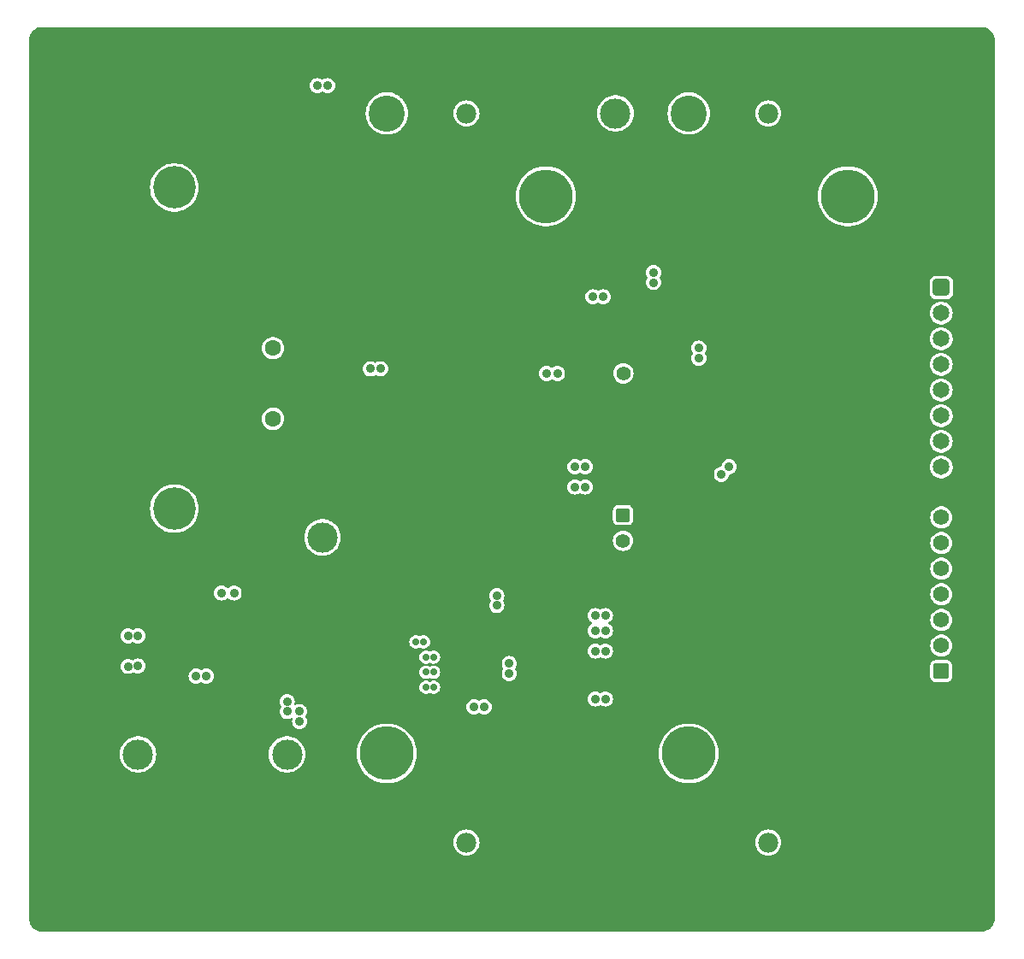
<source format=gbr>
%TF.GenerationSoftware,KiCad,Pcbnew,8.0.8*%
%TF.CreationDate,2025-03-29T17:39:48+01:00*%
%TF.ProjectId,eps,6570732e-6b69-4636-9164-5f7063625858,rev?*%
%TF.SameCoordinates,PX55d4a80PY8044ea0*%
%TF.FileFunction,Copper,L2,Inr*%
%TF.FilePolarity,Positive*%
%FSLAX46Y46*%
G04 Gerber Fmt 4.6, Leading zero omitted, Abs format (unit mm)*
G04 Created by KiCad (PCBNEW 8.0.8) date 2025-03-29 17:39:48*
%MOMM*%
%LPD*%
G01*
G04 APERTURE LIST*
G04 Aperture macros list*
%AMRoundRect*
0 Rectangle with rounded corners*
0 $1 Rounding radius*
0 $2 $3 $4 $5 $6 $7 $8 $9 X,Y pos of 4 corners*
0 Add a 4 corners polygon primitive as box body*
4,1,4,$2,$3,$4,$5,$6,$7,$8,$9,$2,$3,0*
0 Add four circle primitives for the rounded corners*
1,1,$1+$1,$2,$3*
1,1,$1+$1,$4,$5*
1,1,$1+$1,$6,$7*
1,1,$1+$1,$8,$9*
0 Add four rect primitives between the rounded corners*
20,1,$1+$1,$2,$3,$4,$5,0*
20,1,$1+$1,$4,$5,$6,$7,0*
20,1,$1+$1,$6,$7,$8,$9,0*
20,1,$1+$1,$8,$9,$2,$3,0*%
G04 Aperture macros list end*
%TA.AperFunction,ComponentPad*%
%ADD10C,1.800000*%
%TD*%
%TA.AperFunction,ComponentPad*%
%ADD11C,2.010000*%
%TD*%
%TA.AperFunction,ComponentPad*%
%ADD12RoundRect,0.250000X0.537500X-0.537500X0.537500X0.537500X-0.537500X0.537500X-0.537500X-0.537500X0*%
%TD*%
%TA.AperFunction,ComponentPad*%
%ADD13C,1.575000*%
%TD*%
%TA.AperFunction,ComponentPad*%
%ADD14C,3.000000*%
%TD*%
%TA.AperFunction,ComponentPad*%
%ADD15RoundRect,0.250000X-1.750000X-1.750000X1.750000X-1.750000X1.750000X1.750000X-1.750000X1.750000X0*%
%TD*%
%TA.AperFunction,ComponentPad*%
%ADD16C,0.800000*%
%TD*%
%TA.AperFunction,ComponentPad*%
%ADD17C,6.400000*%
%TD*%
%TA.AperFunction,ComponentPad*%
%ADD18RoundRect,0.250000X-0.458000X-0.458000X0.458000X-0.458000X0.458000X0.458000X-0.458000X0.458000X0*%
%TD*%
%TA.AperFunction,ComponentPad*%
%ADD19C,1.416000*%
%TD*%
%TA.AperFunction,ComponentPad*%
%ADD20C,1.600000*%
%TD*%
%TA.AperFunction,ComponentPad*%
%ADD21C,4.200000*%
%TD*%
%TA.AperFunction,ComponentPad*%
%ADD22C,1.980000*%
%TD*%
%TA.AperFunction,ComponentPad*%
%ADD23C,5.325000*%
%TD*%
%TA.AperFunction,ComponentPad*%
%ADD24C,3.585000*%
%TD*%
%TA.AperFunction,ComponentPad*%
%ADD25RoundRect,0.250000X0.458000X0.458000X-0.458000X0.458000X-0.458000X-0.458000X0.458000X-0.458000X0*%
%TD*%
%TA.AperFunction,ComponentPad*%
%ADD26RoundRect,0.250000X-0.575000X0.575000X-0.575000X-0.575000X0.575000X-0.575000X0.575000X0.575000X0*%
%TD*%
%TA.AperFunction,ComponentPad*%
%ADD27C,1.650000*%
%TD*%
%TA.AperFunction,ViaPad*%
%ADD28C,0.900000*%
%TD*%
%TA.AperFunction,ViaPad*%
%ADD29C,0.700000*%
%TD*%
G04 APERTURE END LIST*
D10*
%TO.N,GND*%
%TO.C,J1*%
X6550000Y32320000D03*
X6550000Y23680000D03*
D11*
X2750000Y32320000D03*
X2750000Y23680000D03*
%TD*%
D12*
%TO.N,+3V3*%
%TO.C,J8*%
X90500000Y26000000D03*
D13*
%TO.N,unconnected-(J8-Pad2)*%
X90500000Y28540000D03*
%TO.N,unconnected-(J8-Pad3)*%
X90500000Y31080000D03*
%TO.N,unconnected-(J8-Pad4)*%
X90500000Y33620000D03*
%TO.N,unconnected-(J8-Pad5)*%
X90500000Y36160000D03*
%TO.N,unconnected-(J8-Pad6)*%
X90500000Y38700000D03*
%TO.N,unconnected-(J8-Pad7)*%
X90500000Y41240000D03*
%TO.N,GND*%
X90500000Y43780000D03*
%TD*%
D14*
%TO.N,+3V3*%
%TO.C,TP5*%
X25750000Y17750000D03*
%TD*%
D15*
%TO.N,GND*%
%TO.C,TP1*%
X18250000Y17750000D03*
%TD*%
D16*
%TO.N,GND*%
%TO.C,H4*%
X3100000Y5500000D03*
X3802944Y7197056D03*
X3802944Y3802944D03*
X5500000Y7900000D03*
D17*
X5500000Y5500000D03*
D16*
X5500000Y3100000D03*
X7197056Y7197056D03*
X7197056Y3802944D03*
X7900000Y5500000D03*
%TD*%
D14*
%TO.N,Net-(BAT1-+)*%
%TO.C,TP4*%
X58250000Y81250000D03*
%TD*%
D16*
%TO.N,GND*%
%TO.C,H3*%
X88100000Y5500000D03*
X88802944Y7197056D03*
X88802944Y3802944D03*
X90500000Y7900000D03*
D17*
X90500000Y5500000D03*
D16*
X90500000Y3100000D03*
X92197056Y7197056D03*
X92197056Y3802944D03*
X92900000Y5500000D03*
%TD*%
%TO.N,GND*%
%TO.C,H1*%
X3100000Y84500000D03*
X3802944Y86197056D03*
X3802944Y82802944D03*
X5500000Y86900000D03*
D17*
X5500000Y84500000D03*
D16*
X5500000Y82100000D03*
X7197056Y86197056D03*
X7197056Y82802944D03*
X7900000Y84500000D03*
%TD*%
D14*
%TO.N,Net-(D3-K)*%
%TO.C,TP2*%
X11000000Y17750000D03*
%TD*%
%TO.N,/VBUS*%
%TO.C,TP3*%
X29250000Y39250000D03*
%TD*%
D16*
%TO.N,GND*%
%TO.C,H2*%
X88100000Y84500000D03*
X88802944Y86197056D03*
X88802944Y82802944D03*
X90500000Y86900000D03*
D17*
X90500000Y84500000D03*
D16*
X90500000Y82100000D03*
X92197056Y86197056D03*
X92197056Y82802944D03*
X92900000Y84500000D03*
%TD*%
D18*
%TO.N,/NTC_2_PS*%
%TO.C,NTC2*%
X59000000Y41465000D03*
D19*
%TO.N,+3V3*%
X59000000Y38925000D03*
%TD*%
D20*
%TO.N,Net-(IC2-PMID)*%
%TO.C,S1*%
X24363500Y58000000D03*
%TO.N,Net-(IC3-EN)*%
X24363500Y51000000D03*
D21*
%TO.N,unconnected-(S1-MH1-Pad3)*%
X14586500Y73901000D03*
%TO.N,unconnected-(S1-MH2-Pad4)*%
X14586500Y42099000D03*
%TD*%
D22*
%TO.N,Net-(BAT1-+)*%
%TO.C,BAT1*%
X43500000Y81250000D03*
%TO.N,Net-(BAT1--)*%
X43500000Y9030000D03*
D23*
%TO.N,unconnected-(BAT1-PadMH1)*%
X35630000Y17850000D03*
D24*
%TO.N,unconnected-(BAT1-PadMH2)*%
X35630000Y81250000D03*
D23*
%TO.N,unconnected-(BAT1-PadMH3)*%
X51370000Y73050000D03*
%TD*%
D22*
%TO.N,Net-(BAT1-+)*%
%TO.C,BAT2*%
X73370000Y81250000D03*
%TO.N,Net-(BAT1--)*%
X73370000Y9030000D03*
D23*
%TO.N,unconnected-(BAT2-PadMH1)*%
X65500000Y17850000D03*
D24*
%TO.N,unconnected-(BAT2-PadMH2)*%
X65500000Y81250000D03*
D23*
%TO.N,unconnected-(BAT2-PadMH3)*%
X81240000Y73050000D03*
%TD*%
D25*
%TO.N,GND*%
%TO.C,NTC1*%
X59025000Y52960000D03*
D19*
%TO.N,Net-(IC2-TS)*%
X59025000Y55500000D03*
%TD*%
D26*
%TO.N,/ADC_VBUS_PS*%
%TO.C,J7*%
X90500000Y64000000D03*
D27*
%TO.N,/FLT{slash}_PS*%
X90500000Y61460000D03*
%TO.N,/USB_SDA_PS*%
X90500000Y58920000D03*
%TO.N,/USB_SCL_PS*%
X90500000Y56380000D03*
%TO.N,/INT_N_PS*%
X90500000Y53840000D03*
%TO.N,/BYPASS_CC1_PS*%
X90500000Y51300000D03*
%TO.N,/BYPASS_CC2_PS*%
X90500000Y48760000D03*
%TO.N,/NTC_2_PS*%
X90500000Y46220000D03*
%TD*%
D28*
%TO.N,Net-(BAT1--)*%
X66500000Y57000000D03*
X66500000Y58000000D03*
%TO.N,GND*%
X20000000Y85500000D03*
X39050000Y54000000D03*
X29500000Y87000000D03*
X16750000Y87000000D03*
X45750000Y61250000D03*
X94500000Y66750000D03*
X47412500Y56000000D03*
X55750000Y1500000D03*
X40890000Y30452500D03*
X1250000Y25250000D03*
X79000000Y1500000D03*
X14500000Y27000000D03*
X37000000Y54050000D03*
X28250000Y71000000D03*
X1500000Y45000000D03*
X44200000Y60750000D03*
X81250000Y44000000D03*
X27000000Y79500000D03*
X85000000Y42000000D03*
X36000000Y51000000D03*
X94500000Y74000000D03*
X40250000Y61000000D03*
X26000000Y82100000D03*
X42750000Y18250000D03*
X79000000Y88500000D03*
X95000000Y52250000D03*
X25000000Y82500000D03*
X19500000Y87000000D03*
X27000000Y87000000D03*
X76250000Y60000000D03*
X1500000Y1500000D03*
X5500000Y30750000D03*
X59250000Y66000000D03*
X32500000Y1500000D03*
X34250000Y46500000D03*
X48000000Y88500000D03*
X23252982Y29258947D03*
X71250000Y1500000D03*
X50750000Y50000000D03*
X28250000Y68500000D03*
X32500000Y88500000D03*
X95000000Y59500000D03*
X23187000Y82550000D03*
X29000000Y51750000D03*
X76000000Y32500000D03*
X22000000Y79500000D03*
X16750000Y84500000D03*
X13500000Y27000000D03*
X27000000Y82100000D03*
X59500000Y64575000D03*
X9250000Y32500000D03*
X54250000Y62500000D03*
X38000000Y52500000D03*
X39000000Y74500000D03*
X76000000Y55250000D03*
X40250000Y88500000D03*
X32000000Y26250000D03*
X24750000Y88500000D03*
X52500000Y42000000D03*
X59000000Y51000000D03*
X54500000Y23750000D03*
X34000000Y74500000D03*
X46750000Y69500000D03*
X94500000Y8750000D03*
X82750000Y53000000D03*
X64000000Y47500000D03*
X31500000Y79500000D03*
X36750000Y45250000D03*
X29250000Y26230000D03*
X53500000Y48750000D03*
X94500000Y16000000D03*
X86750000Y88500000D03*
X55750000Y88500000D03*
X46750000Y72000000D03*
X16750000Y79500000D03*
X31500000Y74500000D03*
X94500000Y45000000D03*
X62000000Y32250000D03*
X28250000Y61000000D03*
X27135026Y25853603D03*
X41500000Y74500000D03*
X20000000Y84500000D03*
X1500000Y59500000D03*
X31500000Y82000000D03*
X32000000Y27405000D03*
X40250000Y1500000D03*
X46750000Y74500000D03*
X57500000Y66000000D03*
X39250000Y45250000D03*
X24750000Y1500000D03*
X16750000Y82000000D03*
X43000000Y52100000D03*
X52250000Y21750000D03*
X43500000Y30000000D03*
X94500000Y23250000D03*
X22270000Y26300000D03*
X31500000Y87000000D03*
X59250000Y67500000D03*
X24500000Y79500000D03*
X1500000Y8750000D03*
X43750000Y32510000D03*
X71250000Y88500000D03*
X49500000Y55750000D03*
X57500000Y67500000D03*
X36000000Y52500000D03*
X41625000Y57875000D03*
X94500000Y30500000D03*
X39500000Y64500000D03*
X4750000Y21000000D03*
X30250000Y26230000D03*
X21500000Y27000000D03*
X87500000Y50000000D03*
X70500000Y27000000D03*
X48000000Y1500000D03*
X17000000Y1500000D03*
X57250000Y18250000D03*
X43000000Y24250000D03*
X28250000Y66000000D03*
X5500000Y25250000D03*
X36500000Y74500000D03*
X49500000Y54250000D03*
X61500000Y53000000D03*
X69750000Y32250000D03*
X9250000Y1500000D03*
X24500000Y87000000D03*
X52250000Y63750000D03*
X94500000Y81250000D03*
X9250000Y22250000D03*
X49500000Y50000000D03*
X17000000Y88500000D03*
X55000000Y53250000D03*
X43700000Y24950000D03*
X45750000Y60250000D03*
X46230000Y24750000D03*
X46990000Y23990000D03*
X71250000Y55000000D03*
X1500000Y37750000D03*
X55000000Y50750000D03*
X63500000Y88500000D03*
X50000000Y37000000D03*
X1250000Y30750000D03*
X50000000Y39500000D03*
X38750000Y61000000D03*
X45000000Y45250000D03*
X31500000Y84500000D03*
X29500000Y79500000D03*
X46750000Y67000000D03*
X29750000Y72750000D03*
X42500000Y45250000D03*
X43750000Y33750000D03*
X24000000Y23000000D03*
X21010000Y29500000D03*
X28250000Y63500000D03*
X9250000Y88500000D03*
X1500000Y81250000D03*
X38750000Y35500000D03*
X50000000Y45250000D03*
X55000000Y60000000D03*
X24250000Y29250000D03*
X4750000Y35250000D03*
X44890000Y27140000D03*
X1500000Y74000000D03*
X42347609Y57250000D03*
X94500000Y1500000D03*
X9250000Y33750000D03*
X64000000Y34250000D03*
X1500000Y52250000D03*
X81750000Y38250000D03*
X24000000Y24000000D03*
X61500000Y51000000D03*
X47250000Y64500000D03*
X22000000Y87000000D03*
X39500000Y69750000D03*
X49587500Y52000000D03*
X94500000Y88500000D03*
X86750000Y1500000D03*
X1500000Y88500000D03*
X75500000Y38250000D03*
X32000000Y25055000D03*
X60500000Y64575000D03*
X94500000Y37750000D03*
X59250000Y68980000D03*
X80250000Y59500000D03*
X60990000Y66750000D03*
X43000000Y51000000D03*
X49750000Y63750000D03*
X47500000Y45250000D03*
X41250000Y38250000D03*
X71250000Y50250000D03*
X28250000Y54500000D03*
X55000000Y57500000D03*
X38000000Y51000000D03*
X36000000Y33250000D03*
X51750000Y47000000D03*
X1500000Y16000000D03*
X32500000Y48250000D03*
X63500000Y1500000D03*
X52500000Y39500000D03*
X26376042Y26540068D03*
X1500000Y66750000D03*
X9250000Y23500000D03*
X30750000Y50000000D03*
%TO.N,Net-(IC2-PMID)*%
X35000000Y55950000D03*
X34000000Y55950000D03*
%TO.N,+3V3*%
X29750000Y84000000D03*
D29*
X39250000Y28902500D03*
D28*
X25750000Y23000000D03*
D29*
X38500000Y28902500D03*
D28*
X47750000Y26750000D03*
X28750000Y84000000D03*
X25750000Y22000000D03*
X47750000Y25750000D03*
%TO.N,/USB_CC1*%
X45250000Y22450000D03*
X56250000Y28000000D03*
X44250000Y22450000D03*
X57250000Y28000000D03*
%TO.N,Net-(D3-K)*%
X11000000Y29500000D03*
X10000000Y26480000D03*
X20500000Y33745000D03*
X11000000Y26500000D03*
X19250000Y33745000D03*
X16750000Y25500000D03*
X17750000Y25500000D03*
X10000000Y29500000D03*
%TO.N,Net-(IC1-COUT)*%
X56025000Y63075000D03*
X62010000Y64500000D03*
X57025000Y63075000D03*
X62010000Y65500000D03*
%TO.N,Net-(IC2-TS)*%
X52500000Y55500000D03*
X51412500Y55500000D03*
%TO.N,/FLT{slash}_PS*%
X26990000Y22000000D03*
X54250000Y44250000D03*
X55250000Y44250000D03*
X26990000Y21010000D03*
%TO.N,/USB_SDA_PS*%
X56250000Y23250000D03*
D29*
X40250000Y24402500D03*
X39500000Y24402500D03*
D28*
X57250000Y23250000D03*
%TO.N,/USB_SCL_PS*%
X57250000Y31500000D03*
D29*
X39500000Y25902500D03*
X40250000Y25902500D03*
D28*
X56250000Y31500000D03*
D29*
%TO.N,/INT_N_PS*%
X39500000Y27390000D03*
X40250000Y27390000D03*
D28*
X57250000Y30000000D03*
X56250000Y30000000D03*
%TO.N,/NTC_2_PS*%
X69500000Y46250000D03*
X68750000Y45500000D03*
%TO.N,/ADC_VBUS_PS*%
X46500000Y33500000D03*
X54250000Y46250000D03*
X46500000Y32500000D03*
X55250000Y46250000D03*
%TD*%
%TA.AperFunction,Conductor*%
%TO.N,GND*%
G36*
X94502897Y89799272D02*
G01*
X94697487Y89783958D01*
X94708949Y89782142D01*
X94895910Y89737257D01*
X94906938Y89733674D01*
X95070200Y89666049D01*
X95084582Y89660091D01*
X95094928Y89654819D01*
X95258860Y89554362D01*
X95268254Y89547537D01*
X95414456Y89422668D01*
X95422667Y89414457D01*
X95547536Y89268255D01*
X95554361Y89258861D01*
X95654818Y89094929D01*
X95660090Y89084583D01*
X95733670Y88906947D01*
X95737258Y88895903D01*
X95782140Y88708954D01*
X95783957Y88697485D01*
X95799272Y88502898D01*
X95799500Y88497092D01*
X95799500Y1502909D01*
X95799272Y1497103D01*
X95783957Y1302516D01*
X95782140Y1291047D01*
X95737258Y1104098D01*
X95733670Y1093054D01*
X95660090Y915418D01*
X95654818Y905072D01*
X95554361Y741140D01*
X95547536Y731746D01*
X95422667Y585544D01*
X95414456Y577333D01*
X95268254Y452464D01*
X95258860Y445639D01*
X95094928Y345182D01*
X95084582Y339910D01*
X94906946Y266330D01*
X94895902Y262742D01*
X94708953Y217860D01*
X94697484Y216043D01*
X94502897Y200728D01*
X94497091Y200500D01*
X1502909Y200500D01*
X1497103Y200728D01*
X1302515Y216043D01*
X1291046Y217860D01*
X1104097Y262742D01*
X1093053Y266330D01*
X915417Y339910D01*
X905071Y345182D01*
X741139Y445639D01*
X731745Y452464D01*
X585543Y577333D01*
X577332Y585544D01*
X452463Y731746D01*
X445638Y741140D01*
X345181Y905072D01*
X339909Y915418D01*
X333951Y929800D01*
X266326Y1093062D01*
X262743Y1104090D01*
X217858Y1291051D01*
X216042Y1302516D01*
X200728Y1497103D01*
X200500Y1502909D01*
X200500Y9030006D01*
X42204570Y9030006D01*
X42204570Y9029995D01*
X42224249Y8805054D01*
X42224250Y8805048D01*
X42282692Y8586941D01*
X42282694Y8586937D01*
X42378125Y8382285D01*
X42507643Y8197314D01*
X42667314Y8037643D01*
X42852285Y7908125D01*
X43056937Y7812694D01*
X43056939Y7812694D01*
X43056940Y7812693D01*
X43275047Y7754251D01*
X43275051Y7754250D01*
X43339322Y7748628D01*
X43499995Y7734570D01*
X43500000Y7734570D01*
X43500005Y7734570D01*
X43640593Y7746870D01*
X43724949Y7754250D01*
X43943063Y7812694D01*
X44147715Y7908125D01*
X44332686Y8037643D01*
X44492357Y8197314D01*
X44621875Y8382285D01*
X44717306Y8586937D01*
X44775750Y8805051D01*
X44795430Y9030000D01*
X44795430Y9030006D01*
X72074570Y9030006D01*
X72074570Y9029995D01*
X72094249Y8805054D01*
X72094250Y8805048D01*
X72152692Y8586941D01*
X72152694Y8586937D01*
X72248125Y8382285D01*
X72377643Y8197314D01*
X72537314Y8037643D01*
X72722285Y7908125D01*
X72926937Y7812694D01*
X72926939Y7812694D01*
X72926940Y7812693D01*
X73145047Y7754251D01*
X73145051Y7754250D01*
X73209322Y7748628D01*
X73369995Y7734570D01*
X73370000Y7734570D01*
X73370005Y7734570D01*
X73510593Y7746870D01*
X73594949Y7754250D01*
X73813063Y7812694D01*
X74017715Y7908125D01*
X74202686Y8037643D01*
X74362357Y8197314D01*
X74491875Y8382285D01*
X74587306Y8586937D01*
X74645750Y8805051D01*
X74665430Y9030000D01*
X74665430Y9030006D01*
X74645750Y9254947D01*
X74645749Y9254953D01*
X74587307Y9473060D01*
X74587306Y9473063D01*
X74491875Y9677715D01*
X74362357Y9862686D01*
X74202686Y10022357D01*
X74017715Y10151875D01*
X73813063Y10247306D01*
X73813059Y10247308D01*
X73594952Y10305750D01*
X73594946Y10305751D01*
X73370005Y10325430D01*
X73369995Y10325430D01*
X73145053Y10305751D01*
X73145047Y10305750D01*
X72926940Y10247308D01*
X72818535Y10196758D01*
X72722285Y10151875D01*
X72722284Y10151874D01*
X72537313Y10022357D01*
X72377643Y9862687D01*
X72286954Y9733169D01*
X72248125Y9677715D01*
X72203242Y9581465D01*
X72152692Y9473060D01*
X72094250Y9254953D01*
X72094249Y9254947D01*
X72074570Y9030006D01*
X44795430Y9030006D01*
X44775750Y9254947D01*
X44775749Y9254953D01*
X44717307Y9473060D01*
X44717306Y9473063D01*
X44621875Y9677715D01*
X44492357Y9862686D01*
X44332686Y10022357D01*
X44147715Y10151875D01*
X43943063Y10247306D01*
X43943059Y10247308D01*
X43724952Y10305750D01*
X43724946Y10305751D01*
X43500005Y10325430D01*
X43499995Y10325430D01*
X43275053Y10305751D01*
X43275047Y10305750D01*
X43056940Y10247308D01*
X42948535Y10196758D01*
X42852285Y10151875D01*
X42852284Y10151874D01*
X42667313Y10022357D01*
X42507643Y9862687D01*
X42416954Y9733169D01*
X42378125Y9677715D01*
X42333242Y9581465D01*
X42282692Y9473060D01*
X42224250Y9254953D01*
X42224249Y9254947D01*
X42204570Y9030006D01*
X200500Y9030006D01*
X200500Y17750002D01*
X9194451Y17750002D01*
X9194451Y17749999D01*
X9214617Y17480897D01*
X9274664Y17217810D01*
X9373256Y16966604D01*
X9508181Y16732904D01*
X9508188Y16732893D01*
X9676431Y16521924D01*
X9676438Y16521916D01*
X9676439Y16521915D01*
X9874259Y16338365D01*
X10097226Y16186349D01*
X10340359Y16069262D01*
X10469293Y16029491D01*
X10598220Y15989722D01*
X10598222Y15989722D01*
X10598228Y15989720D01*
X10865071Y15949500D01*
X10865076Y15949500D01*
X11134924Y15949500D01*
X11134929Y15949500D01*
X11401772Y15989720D01*
X11401777Y15989722D01*
X11401779Y15989722D01*
X11445670Y16003261D01*
X11659641Y16069262D01*
X11902775Y16186349D01*
X12125741Y16338365D01*
X12323561Y16521915D01*
X12491815Y16732898D01*
X12626743Y16966602D01*
X12725334Y17217805D01*
X12785383Y17480897D01*
X12805549Y17750000D01*
X12805549Y17750002D01*
X23944451Y17750002D01*
X23944451Y17749999D01*
X23964617Y17480897D01*
X24024664Y17217810D01*
X24123256Y16966604D01*
X24258181Y16732904D01*
X24258188Y16732893D01*
X24426431Y16521924D01*
X24426438Y16521916D01*
X24426439Y16521915D01*
X24624259Y16338365D01*
X24847226Y16186349D01*
X25090359Y16069262D01*
X25219293Y16029491D01*
X25348220Y15989722D01*
X25348222Y15989722D01*
X25348228Y15989720D01*
X25615071Y15949500D01*
X25615076Y15949500D01*
X25884924Y15949500D01*
X25884929Y15949500D01*
X26151772Y15989720D01*
X26151777Y15989722D01*
X26151779Y15989722D01*
X26195670Y16003261D01*
X26409641Y16069262D01*
X26652775Y16186349D01*
X26875741Y16338365D01*
X27073561Y16521915D01*
X27241815Y16732898D01*
X27376743Y16966602D01*
X27475334Y17217805D01*
X27535383Y17480897D01*
X27555549Y17750000D01*
X27548055Y17850000D01*
X32661979Y17850000D01*
X32682047Y17505436D01*
X32741982Y17165523D01*
X32840972Y16834878D01*
X32977678Y16517960D01*
X32977678Y16517959D01*
X33150256Y16219044D01*
X33150257Y16219042D01*
X33350924Y15949500D01*
X33356364Y15942193D01*
X33593220Y15691140D01*
X33593226Y15691135D01*
X33593229Y15691132D01*
X33787769Y15527895D01*
X33857621Y15469282D01*
X34145989Y15279618D01*
X34454427Y15124715D01*
X34454433Y15124712D01*
X34778756Y15006669D01*
X34778768Y15006665D01*
X35114600Y14927072D01*
X35114603Y14927072D01*
X35114609Y14927070D01*
X35457425Y14887000D01*
X35802575Y14887000D01*
X36145391Y14927070D01*
X36223872Y14945671D01*
X36481231Y15006665D01*
X36481234Y15006667D01*
X36481238Y15006667D01*
X36573638Y15040298D01*
X36805566Y15124712D01*
X36805569Y15124714D01*
X36805573Y15124715D01*
X37114011Y15279618D01*
X37402379Y15469282D01*
X37666780Y15691140D01*
X37903636Y15942193D01*
X38109745Y16219046D01*
X38282320Y16517955D01*
X38419027Y16834877D01*
X38518018Y17165527D01*
X38577952Y17505434D01*
X38598021Y17850000D01*
X62531979Y17850000D01*
X62552047Y17505436D01*
X62611982Y17165523D01*
X62710972Y16834878D01*
X62847678Y16517960D01*
X62847678Y16517959D01*
X63020256Y16219044D01*
X63020257Y16219042D01*
X63220924Y15949500D01*
X63226364Y15942193D01*
X63463220Y15691140D01*
X63463226Y15691135D01*
X63463229Y15691132D01*
X63657769Y15527895D01*
X63727621Y15469282D01*
X64015989Y15279618D01*
X64324427Y15124715D01*
X64324433Y15124712D01*
X64648756Y15006669D01*
X64648768Y15006665D01*
X64984600Y14927072D01*
X64984603Y14927072D01*
X64984609Y14927070D01*
X65327425Y14887000D01*
X65672575Y14887000D01*
X66015391Y14927070D01*
X66093872Y14945671D01*
X66351231Y15006665D01*
X66351234Y15006667D01*
X66351238Y15006667D01*
X66443638Y15040298D01*
X66675566Y15124712D01*
X66675569Y15124714D01*
X66675573Y15124715D01*
X66984011Y15279618D01*
X67272379Y15469282D01*
X67536780Y15691140D01*
X67773636Y15942193D01*
X67979745Y16219046D01*
X68152320Y16517955D01*
X68289027Y16834877D01*
X68388018Y17165527D01*
X68447952Y17505434D01*
X68468021Y17850000D01*
X68447952Y18194566D01*
X68388018Y18534473D01*
X68289027Y18865123D01*
X68152320Y19182045D01*
X67979745Y19480954D01*
X67979743Y19480957D01*
X67979742Y19480959D01*
X67773636Y19757807D01*
X67536780Y20008860D01*
X67536773Y20008866D01*
X67536770Y20008869D01*
X67272379Y20230718D01*
X67207047Y20273688D01*
X66984011Y20420382D01*
X66747594Y20539115D01*
X66675566Y20575289D01*
X66351243Y20693332D01*
X66351231Y20693336D01*
X66015399Y20772929D01*
X66015389Y20772931D01*
X65672575Y20813000D01*
X65327425Y20813000D01*
X64984610Y20772931D01*
X64984600Y20772929D01*
X64648768Y20693336D01*
X64648756Y20693332D01*
X64324433Y20575289D01*
X64015985Y20420380D01*
X63727620Y20230718D01*
X63463229Y20008869D01*
X63463221Y20008861D01*
X63226363Y19757807D01*
X63020257Y19480959D01*
X63020256Y19480957D01*
X62847678Y19182042D01*
X62847678Y19182041D01*
X62710972Y18865123D01*
X62611982Y18534478D01*
X62552047Y18194565D01*
X62531979Y17850000D01*
X38598021Y17850000D01*
X38577952Y18194566D01*
X38518018Y18534473D01*
X38419027Y18865123D01*
X38282320Y19182045D01*
X38109745Y19480954D01*
X38109743Y19480957D01*
X38109742Y19480959D01*
X37903636Y19757807D01*
X37666780Y20008860D01*
X37666773Y20008866D01*
X37666770Y20008869D01*
X37402379Y20230718D01*
X37337047Y20273688D01*
X37114011Y20420382D01*
X36877594Y20539115D01*
X36805566Y20575289D01*
X36481243Y20693332D01*
X36481231Y20693336D01*
X36145399Y20772929D01*
X36145389Y20772931D01*
X35802575Y20813000D01*
X35457425Y20813000D01*
X35114610Y20772931D01*
X35114600Y20772929D01*
X34778768Y20693336D01*
X34778756Y20693332D01*
X34454433Y20575289D01*
X34145985Y20420380D01*
X33857620Y20230718D01*
X33593229Y20008869D01*
X33593221Y20008861D01*
X33356363Y19757807D01*
X33150257Y19480959D01*
X33150256Y19480957D01*
X32977678Y19182042D01*
X32977678Y19182041D01*
X32840972Y18865123D01*
X32741982Y18534478D01*
X32682047Y18194565D01*
X32661979Y17850000D01*
X27548055Y17850000D01*
X27535383Y18019103D01*
X27475334Y18282195D01*
X27376743Y18533398D01*
X27241815Y18767102D01*
X27241814Y18767104D01*
X27241811Y18767108D01*
X27073568Y18978077D01*
X27073559Y18978087D01*
X27048617Y19001230D01*
X26875741Y19161635D01*
X26652775Y19313651D01*
X26525954Y19374725D01*
X26409646Y19430736D01*
X26409642Y19430738D01*
X26409641Y19430738D01*
X26409636Y19430740D01*
X26409632Y19430741D01*
X26151779Y19510279D01*
X26133604Y19513019D01*
X25884929Y19550500D01*
X25615071Y19550500D01*
X25405462Y19518907D01*
X25348220Y19510279D01*
X25090367Y19430741D01*
X25090359Y19430738D01*
X24847225Y19313651D01*
X24624258Y19161634D01*
X24426440Y18978087D01*
X24426431Y18978077D01*
X24258188Y18767108D01*
X24258181Y18767097D01*
X24123256Y18533397D01*
X24024664Y18282191D01*
X23964617Y18019104D01*
X23944451Y17750002D01*
X12805549Y17750002D01*
X12785383Y18019103D01*
X12725334Y18282195D01*
X12626743Y18533398D01*
X12491815Y18767102D01*
X12491814Y18767104D01*
X12491811Y18767108D01*
X12323568Y18978077D01*
X12323559Y18978087D01*
X12298617Y19001230D01*
X12125741Y19161635D01*
X11902775Y19313651D01*
X11775954Y19374725D01*
X11659646Y19430736D01*
X11659642Y19430738D01*
X11659641Y19430738D01*
X11659636Y19430740D01*
X11659632Y19430741D01*
X11401779Y19510279D01*
X11383604Y19513019D01*
X11134929Y19550500D01*
X10865071Y19550500D01*
X10655462Y19518907D01*
X10598220Y19510279D01*
X10340367Y19430741D01*
X10340359Y19430738D01*
X10097225Y19313651D01*
X9874258Y19161634D01*
X9676440Y18978087D01*
X9676431Y18978077D01*
X9508188Y18767108D01*
X9508181Y18767097D01*
X9373256Y18533397D01*
X9274664Y18282191D01*
X9214617Y18019104D01*
X9194451Y17750002D01*
X200500Y17750002D01*
X200500Y23000000D01*
X24994751Y23000000D01*
X25013687Y22831941D01*
X25013689Y22831933D01*
X25069544Y22672309D01*
X25153075Y22539371D01*
X25162563Y22483534D01*
X25153075Y22460629D01*
X25069544Y22327692D01*
X25013689Y22168068D01*
X25013687Y22168060D01*
X24994751Y22000000D01*
X25013687Y21831941D01*
X25013689Y21831933D01*
X25069544Y21672309D01*
X25159519Y21529115D01*
X25159521Y21529113D01*
X25159523Y21529110D01*
X25279110Y21409523D01*
X25279112Y21409522D01*
X25279114Y21409520D01*
X25422308Y21319545D01*
X25422310Y21319544D01*
X25581941Y21263687D01*
X25750000Y21244751D01*
X25918059Y21263687D01*
X26077690Y21319544D01*
X26187682Y21388658D01*
X26243519Y21398145D01*
X26289710Y21365371D01*
X26299198Y21309534D01*
X26296901Y21301560D01*
X26253688Y21178063D01*
X26253687Y21178060D01*
X26234751Y21010000D01*
X26253687Y20841941D01*
X26253689Y20841933D01*
X26309544Y20682309D01*
X26399519Y20539115D01*
X26399521Y20539113D01*
X26399523Y20539110D01*
X26519110Y20419523D01*
X26519112Y20419522D01*
X26519114Y20419520D01*
X26662308Y20329545D01*
X26662310Y20329544D01*
X26821941Y20273687D01*
X26990000Y20254751D01*
X27158059Y20273687D01*
X27317690Y20329544D01*
X27460890Y20419523D01*
X27580477Y20539110D01*
X27670456Y20682310D01*
X27726313Y20841941D01*
X27745249Y21010000D01*
X27726313Y21178059D01*
X27670456Y21337690D01*
X27590065Y21465630D01*
X27580578Y21521466D01*
X27590066Y21544371D01*
X27670455Y21672309D01*
X27670456Y21672310D01*
X27726313Y21831941D01*
X27745249Y22000000D01*
X27726313Y22168059D01*
X27670456Y22327690D01*
X27610000Y22423905D01*
X27593603Y22450000D01*
X43494751Y22450000D01*
X43513687Y22281941D01*
X43513689Y22281933D01*
X43569544Y22122309D01*
X43659519Y21979115D01*
X43659521Y21979113D01*
X43659523Y21979110D01*
X43779110Y21859523D01*
X43779112Y21859522D01*
X43779114Y21859520D01*
X43922308Y21769545D01*
X43922310Y21769544D01*
X44081941Y21713687D01*
X44250000Y21694751D01*
X44418059Y21713687D01*
X44577690Y21769544D01*
X44710629Y21853077D01*
X44766466Y21862564D01*
X44789368Y21853077D01*
X44922310Y21769544D01*
X45081941Y21713687D01*
X45250000Y21694751D01*
X45418059Y21713687D01*
X45577690Y21769544D01*
X45720890Y21859523D01*
X45840477Y21979110D01*
X45930456Y22122310D01*
X45986313Y22281941D01*
X46005249Y22450000D01*
X45986313Y22618059D01*
X45930456Y22777690D01*
X45840477Y22920890D01*
X45720890Y23040477D01*
X45720887Y23040479D01*
X45720885Y23040481D01*
X45577691Y23130456D01*
X45418067Y23186311D01*
X45418059Y23186313D01*
X45250000Y23205249D01*
X45081940Y23186313D01*
X45081932Y23186311D01*
X44922308Y23130456D01*
X44789371Y23046925D01*
X44733534Y23037437D01*
X44710629Y23046925D01*
X44577691Y23130456D01*
X44418067Y23186311D01*
X44418059Y23186313D01*
X44250000Y23205249D01*
X44081940Y23186313D01*
X44081932Y23186311D01*
X43922308Y23130456D01*
X43779114Y23040481D01*
X43659519Y22920886D01*
X43569544Y22777692D01*
X43513689Y22618068D01*
X43513687Y22618060D01*
X43494751Y22450000D01*
X27593603Y22450000D01*
X27580480Y22470886D01*
X27580478Y22470888D01*
X27580477Y22470890D01*
X27460890Y22590477D01*
X27460887Y22590479D01*
X27460885Y22590481D01*
X27317691Y22680456D01*
X27158067Y22736311D01*
X27158059Y22736313D01*
X26990000Y22755249D01*
X26821940Y22736313D01*
X26821932Y22736311D01*
X26662309Y22680457D01*
X26547830Y22608524D01*
X26491993Y22599037D01*
X26445802Y22631812D01*
X26436315Y22687649D01*
X26438610Y22695615D01*
X26486313Y22831941D01*
X26505249Y23000000D01*
X26486313Y23168059D01*
X26457641Y23250000D01*
X55494751Y23250000D01*
X55513687Y23081941D01*
X55513689Y23081933D01*
X55569544Y22922309D01*
X55659519Y22779115D01*
X55659521Y22779113D01*
X55659523Y22779110D01*
X55779110Y22659523D01*
X55779112Y22659522D01*
X55779114Y22659520D01*
X55875372Y22599037D01*
X55922310Y22569544D01*
X56081941Y22513687D01*
X56250000Y22494751D01*
X56418059Y22513687D01*
X56577690Y22569544D01*
X56710629Y22653077D01*
X56766466Y22662564D01*
X56789368Y22653077D01*
X56922310Y22569544D01*
X57081941Y22513687D01*
X57250000Y22494751D01*
X57418059Y22513687D01*
X57577690Y22569544D01*
X57720890Y22659523D01*
X57840477Y22779110D01*
X57930456Y22922310D01*
X57986313Y23081941D01*
X58005249Y23250000D01*
X57986313Y23418059D01*
X57930456Y23577690D01*
X57930455Y23577692D01*
X57840480Y23720886D01*
X57840478Y23720888D01*
X57840477Y23720890D01*
X57720890Y23840477D01*
X57720887Y23840479D01*
X57720885Y23840481D01*
X57577691Y23930456D01*
X57418067Y23986311D01*
X57418059Y23986313D01*
X57250000Y24005249D01*
X57081940Y23986313D01*
X57081932Y23986311D01*
X56922308Y23930456D01*
X56789371Y23846925D01*
X56733534Y23837437D01*
X56710629Y23846925D01*
X56577691Y23930456D01*
X56418067Y23986311D01*
X56418059Y23986313D01*
X56250000Y24005249D01*
X56081940Y23986313D01*
X56081932Y23986311D01*
X55922308Y23930456D01*
X55779114Y23840481D01*
X55659519Y23720886D01*
X55569544Y23577692D01*
X55513689Y23418068D01*
X55513687Y23418060D01*
X55494751Y23250000D01*
X26457641Y23250000D01*
X26430456Y23327690D01*
X26373673Y23418059D01*
X26340480Y23470886D01*
X26340478Y23470888D01*
X26340477Y23470890D01*
X26220890Y23590477D01*
X26220887Y23590479D01*
X26220885Y23590481D01*
X26077691Y23680456D01*
X25918067Y23736311D01*
X25918059Y23736313D01*
X25750000Y23755249D01*
X25581940Y23736313D01*
X25581932Y23736311D01*
X25422308Y23680456D01*
X25279114Y23590481D01*
X25159519Y23470886D01*
X25069544Y23327692D01*
X25013689Y23168068D01*
X25013687Y23168060D01*
X24994751Y23000000D01*
X200500Y23000000D01*
X200500Y24402504D01*
X38844722Y24402504D01*
X38844722Y24402497D01*
X38863761Y24245692D01*
X38863764Y24245678D01*
X38919778Y24097979D01*
X38996857Y23986311D01*
X39009517Y23967970D01*
X39127760Y23863217D01*
X39267635Y23789804D01*
X39421015Y23752000D01*
X39421019Y23752000D01*
X39578981Y23752000D01*
X39578985Y23752000D01*
X39732365Y23789804D01*
X39840610Y23846616D01*
X39897015Y23851743D01*
X39909390Y23846616D01*
X40017635Y23789804D01*
X40171015Y23752000D01*
X40171019Y23752000D01*
X40328981Y23752000D01*
X40328985Y23752000D01*
X40482365Y23789804D01*
X40622240Y23863217D01*
X40740483Y23967970D01*
X40830220Y24097977D01*
X40886237Y24245682D01*
X40905278Y24402500D01*
X40886237Y24559318D01*
X40878213Y24580475D01*
X40830221Y24707022D01*
X40740483Y24837030D01*
X40622240Y24941783D01*
X40590610Y24958384D01*
X40482366Y25015196D01*
X40328987Y25053000D01*
X40328985Y25053000D01*
X40171015Y25053000D01*
X40171012Y25053000D01*
X40017637Y25015197D01*
X39909390Y24958384D01*
X39852985Y24953259D01*
X39840610Y24958384D01*
X39771317Y24994752D01*
X39732365Y25015196D01*
X39732362Y25015197D01*
X39578987Y25053000D01*
X39578985Y25053000D01*
X39421015Y25053000D01*
X39421012Y25053000D01*
X39267633Y25015196D01*
X39127761Y24941784D01*
X39009516Y24837030D01*
X38919779Y24707022D01*
X38919778Y24707022D01*
X38863764Y24559323D01*
X38863761Y24559309D01*
X38844722Y24402504D01*
X200500Y24402504D01*
X200500Y25500000D01*
X15994751Y25500000D01*
X16013687Y25331941D01*
X16013689Y25331933D01*
X16069544Y25172309D01*
X16159519Y25029115D01*
X16159521Y25029113D01*
X16159523Y25029110D01*
X16279110Y24909523D01*
X16279112Y24909522D01*
X16279114Y24909520D01*
X16289370Y24903076D01*
X16422310Y24819544D01*
X16581941Y24763687D01*
X16750000Y24744751D01*
X16918059Y24763687D01*
X17077690Y24819544D01*
X17210629Y24903077D01*
X17266466Y24912564D01*
X17289368Y24903077D01*
X17422310Y24819544D01*
X17581941Y24763687D01*
X17750000Y24744751D01*
X17918059Y24763687D01*
X18077690Y24819544D01*
X18220890Y24909523D01*
X18340477Y25029110D01*
X18430456Y25172310D01*
X18486313Y25331941D01*
X18505249Y25500000D01*
X18486313Y25668059D01*
X18430456Y25827690D01*
X18430455Y25827692D01*
X18383447Y25902504D01*
X38844722Y25902504D01*
X38844722Y25902497D01*
X38863761Y25745692D01*
X38863764Y25745678D01*
X38919778Y25597979D01*
X38930854Y25581933D01*
X39009517Y25467970D01*
X39127760Y25363217D01*
X39267635Y25289804D01*
X39421015Y25252000D01*
X39421019Y25252000D01*
X39578981Y25252000D01*
X39578985Y25252000D01*
X39732365Y25289804D01*
X39840610Y25346616D01*
X39897015Y25351743D01*
X39909390Y25346616D01*
X40017633Y25289805D01*
X40017635Y25289804D01*
X40171015Y25252000D01*
X40171019Y25252000D01*
X40328981Y25252000D01*
X40328985Y25252000D01*
X40482365Y25289804D01*
X40622240Y25363217D01*
X40740483Y25467970D01*
X40830220Y25597977D01*
X40886237Y25745682D01*
X40895206Y25819545D01*
X40905278Y25902497D01*
X40905278Y25902504D01*
X40886238Y26059309D01*
X40886237Y26059318D01*
X40874420Y26090477D01*
X40830221Y26207022D01*
X40740483Y26337030D01*
X40622240Y26441783D01*
X40549425Y26480000D01*
X40482366Y26515196D01*
X40328987Y26553000D01*
X40328985Y26553000D01*
X40171015Y26553000D01*
X40171012Y26553000D01*
X40017637Y26515197D01*
X39909390Y26458384D01*
X39852985Y26453259D01*
X39840610Y26458384D01*
X39826868Y26465597D01*
X39732365Y26515196D01*
X39732362Y26515197D01*
X39578987Y26553000D01*
X39578985Y26553000D01*
X39421015Y26553000D01*
X39421012Y26553000D01*
X39267633Y26515196D01*
X39127761Y26441784D01*
X39009516Y26337030D01*
X38919779Y26207022D01*
X38919778Y26207022D01*
X38863764Y26059323D01*
X38863761Y26059309D01*
X38844722Y25902504D01*
X18383447Y25902504D01*
X18340480Y25970886D01*
X18340478Y25970888D01*
X18340477Y25970890D01*
X18220890Y26090477D01*
X18220887Y26090479D01*
X18220885Y26090481D01*
X18077691Y26180456D01*
X17918067Y26236311D01*
X17918059Y26236313D01*
X17750000Y26255249D01*
X17581940Y26236313D01*
X17581932Y26236311D01*
X17422308Y26180456D01*
X17289371Y26096925D01*
X17233534Y26087437D01*
X17210629Y26096925D01*
X17077691Y26180456D01*
X16918067Y26236311D01*
X16918059Y26236313D01*
X16750000Y26255249D01*
X16581940Y26236313D01*
X16581932Y26236311D01*
X16422308Y26180456D01*
X16279114Y26090481D01*
X16159519Y25970886D01*
X16069544Y25827692D01*
X16013689Y25668068D01*
X16013687Y25668060D01*
X15994751Y25500000D01*
X200500Y25500000D01*
X200500Y26480000D01*
X9244751Y26480000D01*
X9263687Y26311941D01*
X9263689Y26311933D01*
X9319544Y26152309D01*
X9409519Y26009115D01*
X9409521Y26009113D01*
X9409523Y26009110D01*
X9529110Y25889523D01*
X9529112Y25889522D01*
X9529114Y25889520D01*
X9640480Y25819544D01*
X9672310Y25799544D01*
X9774775Y25763690D01*
X9826239Y25745682D01*
X9831941Y25743687D01*
X10000000Y25724751D01*
X10168059Y25743687D01*
X10327690Y25799544D01*
X10389009Y25838074D01*
X10474408Y25891733D01*
X10475419Y25890124D01*
X10523919Y25904116D01*
X10555032Y25893235D01*
X10659345Y25827690D01*
X10672310Y25819544D01*
X10831941Y25763687D01*
X11000000Y25744751D01*
X11168059Y25763687D01*
X11327690Y25819544D01*
X11470890Y25909523D01*
X11590477Y26029110D01*
X11680456Y26172310D01*
X11736313Y26331941D01*
X11755249Y26500000D01*
X11736313Y26668059D01*
X11680456Y26827690D01*
X11680455Y26827692D01*
X11590480Y26970886D01*
X11590478Y26970888D01*
X11590477Y26970890D01*
X11470890Y27090477D01*
X11470887Y27090479D01*
X11470885Y27090481D01*
X11327691Y27180456D01*
X11168067Y27236311D01*
X11168059Y27236313D01*
X11000000Y27255249D01*
X10831940Y27236313D01*
X10831932Y27236311D01*
X10672308Y27180456D01*
X10525592Y27088267D01*
X10524587Y27089867D01*
X10476037Y27075890D01*
X10444967Y27086766D01*
X10327691Y27160456D01*
X10168067Y27216311D01*
X10168059Y27216313D01*
X10000000Y27235249D01*
X9831940Y27216313D01*
X9831932Y27216311D01*
X9672308Y27160456D01*
X9529114Y27070481D01*
X9409519Y26950886D01*
X9319544Y26807692D01*
X9263689Y26648068D01*
X9263687Y26648060D01*
X9244751Y26480000D01*
X200500Y26480000D01*
X200500Y27390004D01*
X38844722Y27390004D01*
X38844722Y27389997D01*
X38863761Y27233192D01*
X38863764Y27233178D01*
X38919778Y27085479D01*
X38998873Y26970890D01*
X39009517Y26955470D01*
X39127760Y26850717D01*
X39267635Y26777304D01*
X39421015Y26739500D01*
X39421019Y26739500D01*
X39578981Y26739500D01*
X39578985Y26739500D01*
X39732365Y26777304D01*
X39840610Y26834116D01*
X39897015Y26839243D01*
X39909390Y26834116D01*
X40017635Y26777304D01*
X40171015Y26739500D01*
X40171019Y26739500D01*
X40328981Y26739500D01*
X40328985Y26739500D01*
X40371586Y26750000D01*
X46994751Y26750000D01*
X47013687Y26581941D01*
X47013689Y26581933D01*
X47069544Y26422309D01*
X47153075Y26289371D01*
X47162563Y26233534D01*
X47153075Y26210629D01*
X47069544Y26077692D01*
X47013689Y25918068D01*
X47013687Y25918060D01*
X46994751Y25750000D01*
X47013687Y25581941D01*
X47013689Y25581933D01*
X47069544Y25422309D01*
X47159519Y25279115D01*
X47159521Y25279113D01*
X47159523Y25279110D01*
X47279110Y25159523D01*
X47279112Y25159522D01*
X47279114Y25159520D01*
X47422308Y25069545D01*
X47422310Y25069544D01*
X47528929Y25032237D01*
X47577628Y25015196D01*
X47581941Y25013687D01*
X47750000Y24994751D01*
X47918059Y25013687D01*
X48077690Y25069544D01*
X48220890Y25159523D01*
X48340477Y25279110D01*
X48428625Y25419396D01*
X89411999Y25419396D01*
X89420124Y25351743D01*
X89422623Y25330936D01*
X89443059Y25279115D01*
X89478138Y25190159D01*
X89501373Y25159520D01*
X89569578Y25069578D01*
X89690158Y24978139D01*
X89830936Y24922623D01*
X89902264Y24914058D01*
X89919396Y24912000D01*
X89919398Y24912000D01*
X91080604Y24912000D01*
X91096222Y24913876D01*
X91169064Y24922623D01*
X91309842Y24978139D01*
X91430422Y25069578D01*
X91521861Y25190158D01*
X91577377Y25330936D01*
X91588000Y25419398D01*
X91588000Y26580602D01*
X91587840Y26581933D01*
X91579898Y26648068D01*
X91577377Y26669064D01*
X91521861Y26809842D01*
X91430422Y26930422D01*
X91403437Y26950886D01*
X91309841Y27021862D01*
X91224579Y27055485D01*
X91169064Y27077377D01*
X91139576Y27080918D01*
X91080604Y27088000D01*
X91080602Y27088000D01*
X89919398Y27088000D01*
X89919396Y27088000D01*
X89830936Y27077377D01*
X89690158Y27021862D01*
X89569578Y26930423D01*
X89569577Y26930422D01*
X89478138Y26809842D01*
X89422623Y26669064D01*
X89412160Y26581933D01*
X89412000Y26580602D01*
X89412000Y25419398D01*
X89412000Y25419396D01*
X89411999Y25419396D01*
X48428625Y25419396D01*
X48430456Y25422310D01*
X48486313Y25581941D01*
X48505249Y25750000D01*
X48486313Y25918059D01*
X48430456Y26077690D01*
X48422421Y26090477D01*
X48400017Y26126133D01*
X48346923Y26210630D01*
X48337436Y26266466D01*
X48346924Y26289371D01*
X48376871Y26337030D01*
X48430456Y26422310D01*
X48486313Y26581941D01*
X48505249Y26750000D01*
X48486313Y26918059D01*
X48430456Y27077690D01*
X48422805Y27089867D01*
X48340480Y27220886D01*
X48340478Y27220888D01*
X48340477Y27220890D01*
X48220890Y27340477D01*
X48220887Y27340479D01*
X48220885Y27340481D01*
X48077691Y27430456D01*
X47918067Y27486311D01*
X47918059Y27486313D01*
X47750000Y27505249D01*
X47581940Y27486313D01*
X47581932Y27486311D01*
X47422308Y27430456D01*
X47279114Y27340481D01*
X47159519Y27220886D01*
X47069544Y27077692D01*
X47013689Y26918068D01*
X47013687Y26918060D01*
X46994751Y26750000D01*
X40371586Y26750000D01*
X40482365Y26777304D01*
X40622240Y26850717D01*
X40740483Y26955470D01*
X40830220Y27085477D01*
X40886237Y27233182D01*
X40899265Y27340477D01*
X40905278Y27389997D01*
X40905278Y27390004D01*
X40888387Y27529110D01*
X40886237Y27546818D01*
X40878213Y27567975D01*
X40830221Y27694522D01*
X40740483Y27824530D01*
X40732118Y27831941D01*
X40622240Y27929283D01*
X40590610Y27945884D01*
X40487503Y28000000D01*
X55494751Y28000000D01*
X55513687Y27831941D01*
X55513689Y27831933D01*
X55569544Y27672309D01*
X55659519Y27529115D01*
X55659521Y27529113D01*
X55659523Y27529110D01*
X55779110Y27409523D01*
X55779112Y27409522D01*
X55779114Y27409520D01*
X55810185Y27389997D01*
X55922310Y27319544D01*
X56081941Y27263687D01*
X56250000Y27244751D01*
X56418059Y27263687D01*
X56577690Y27319544D01*
X56710629Y27403077D01*
X56766466Y27412564D01*
X56789368Y27403077D01*
X56922310Y27319544D01*
X57081941Y27263687D01*
X57250000Y27244751D01*
X57418059Y27263687D01*
X57577690Y27319544D01*
X57720890Y27409523D01*
X57840477Y27529110D01*
X57930456Y27672310D01*
X57986313Y27831941D01*
X58005249Y28000000D01*
X57986313Y28168059D01*
X57930456Y28327690D01*
X57918564Y28346616D01*
X57840480Y28470886D01*
X57840478Y28470888D01*
X57840477Y28470890D01*
X57771363Y28540004D01*
X89407339Y28540004D01*
X89407339Y28539997D01*
X89425942Y28339230D01*
X89481122Y28145290D01*
X89481124Y28145286D01*
X89571001Y27964787D01*
X89571003Y27964785D01*
X89613724Y27908214D01*
X89692514Y27803879D01*
X89841525Y27668038D01*
X90012959Y27561890D01*
X90200979Y27489051D01*
X90399182Y27452000D01*
X90600818Y27452000D01*
X90799021Y27489051D01*
X90987041Y27561890D01*
X91158475Y27668038D01*
X91307486Y27803879D01*
X91428999Y27964788D01*
X91518876Y28145285D01*
X91574056Y28339224D01*
X91575217Y28351743D01*
X91592661Y28539997D01*
X91592661Y28540004D01*
X91574057Y28740771D01*
X91572924Y28744752D01*
X91518876Y28934715D01*
X91428999Y29115212D01*
X91428998Y29115213D01*
X91428998Y29115214D01*
X91428996Y29115216D01*
X91385881Y29172309D01*
X91307486Y29276121D01*
X91158475Y29411962D01*
X90987041Y29518110D01*
X90931548Y29539608D01*
X90799023Y29590949D01*
X90600821Y29628000D01*
X90600818Y29628000D01*
X90399182Y29628000D01*
X90399178Y29628000D01*
X90200976Y29590949D01*
X90041366Y29529115D01*
X90012959Y29518110D01*
X90012954Y29518108D01*
X90012954Y29518107D01*
X89841524Y29411962D01*
X89841523Y29411962D01*
X89692516Y29276124D01*
X89571003Y29115216D01*
X89571001Y29115214D01*
X89481124Y28934715D01*
X89481122Y28934711D01*
X89425942Y28740771D01*
X89407339Y28540004D01*
X57771363Y28540004D01*
X57720890Y28590477D01*
X57720887Y28590479D01*
X57720885Y28590481D01*
X57577691Y28680456D01*
X57418067Y28736311D01*
X57418059Y28736313D01*
X57250000Y28755249D01*
X57081940Y28736313D01*
X57081932Y28736311D01*
X56922308Y28680456D01*
X56789371Y28596925D01*
X56733534Y28587437D01*
X56710629Y28596925D01*
X56577691Y28680456D01*
X56418067Y28736311D01*
X56418059Y28736313D01*
X56250000Y28755249D01*
X56081940Y28736313D01*
X56081932Y28736311D01*
X55922308Y28680456D01*
X55779114Y28590481D01*
X55659519Y28470886D01*
X55569544Y28327692D01*
X55513689Y28168068D01*
X55513687Y28168060D01*
X55494751Y28000000D01*
X40487503Y28000000D01*
X40482366Y28002696D01*
X40328987Y28040500D01*
X40328985Y28040500D01*
X40171015Y28040500D01*
X40171012Y28040500D01*
X40017637Y28002697D01*
X39909390Y27945884D01*
X39852985Y27940759D01*
X39840610Y27945884D01*
X39804597Y27964785D01*
X39732365Y28002696D01*
X39732362Y28002697D01*
X39578987Y28040500D01*
X39578985Y28040500D01*
X39421015Y28040500D01*
X39421012Y28040500D01*
X39267633Y28002696D01*
X39127761Y27929284D01*
X39009516Y27824530D01*
X38919779Y27694522D01*
X38919778Y27694522D01*
X38863764Y27546823D01*
X38863761Y27546809D01*
X38844722Y27390004D01*
X200500Y27390004D01*
X200500Y29500000D01*
X9244751Y29500000D01*
X9263687Y29331941D01*
X9263689Y29331933D01*
X9319544Y29172309D01*
X9409519Y29029115D01*
X9409521Y29029113D01*
X9409523Y29029110D01*
X9529110Y28909523D01*
X9529112Y28909522D01*
X9529114Y28909520D01*
X9672308Y28819545D01*
X9672310Y28819544D01*
X9831941Y28763687D01*
X10000000Y28744751D01*
X10168059Y28763687D01*
X10327690Y28819544D01*
X10460629Y28903077D01*
X10516466Y28912564D01*
X10539368Y28903077D01*
X10672310Y28819544D01*
X10831941Y28763687D01*
X11000000Y28744751D01*
X11168059Y28763687D01*
X11327690Y28819544D01*
X11459719Y28902504D01*
X37844722Y28902504D01*
X37844722Y28902497D01*
X37863761Y28745692D01*
X37863764Y28745678D01*
X37919778Y28597979D01*
X38007501Y28470890D01*
X38009517Y28467970D01*
X38127760Y28363217D01*
X38267635Y28289804D01*
X38421015Y28252000D01*
X38421019Y28252000D01*
X38578981Y28252000D01*
X38578985Y28252000D01*
X38732365Y28289804D01*
X38840610Y28346616D01*
X38897015Y28351743D01*
X38909390Y28346616D01*
X39017635Y28289804D01*
X39171015Y28252000D01*
X39171019Y28252000D01*
X39328981Y28252000D01*
X39328985Y28252000D01*
X39482365Y28289804D01*
X39622240Y28363217D01*
X39740483Y28467970D01*
X39830220Y28597977D01*
X39886237Y28745682D01*
X39905278Y28902500D01*
X39905208Y28903076D01*
X39886238Y29059309D01*
X39886237Y29059318D01*
X39865039Y29115212D01*
X39830221Y29207022D01*
X39740483Y29337030D01*
X39622240Y29441783D01*
X39590610Y29458384D01*
X39482366Y29515196D01*
X39328987Y29553000D01*
X39328985Y29553000D01*
X39171015Y29553000D01*
X39171012Y29553000D01*
X39017637Y29515197D01*
X38909390Y29458384D01*
X38852985Y29453259D01*
X38840610Y29458384D01*
X38826868Y29465597D01*
X38732365Y29515196D01*
X38732362Y29515197D01*
X38578987Y29553000D01*
X38578985Y29553000D01*
X38421015Y29553000D01*
X38421012Y29553000D01*
X38267633Y29515196D01*
X38127761Y29441784D01*
X38009516Y29337030D01*
X37919779Y29207022D01*
X37919778Y29207022D01*
X37863764Y29059323D01*
X37863761Y29059309D01*
X37844722Y28902504D01*
X11459719Y28902504D01*
X11470890Y28909523D01*
X11590477Y29029110D01*
X11680456Y29172310D01*
X11736313Y29331941D01*
X11755249Y29500000D01*
X11736313Y29668059D01*
X11680456Y29827690D01*
X11590477Y29970890D01*
X11470890Y30090477D01*
X11470887Y30090479D01*
X11470885Y30090481D01*
X11327691Y30180456D01*
X11168067Y30236311D01*
X11168059Y30236313D01*
X11000000Y30255249D01*
X10831940Y30236313D01*
X10831932Y30236311D01*
X10672308Y30180456D01*
X10539371Y30096925D01*
X10483534Y30087437D01*
X10460629Y30096925D01*
X10327691Y30180456D01*
X10168067Y30236311D01*
X10168059Y30236313D01*
X10000000Y30255249D01*
X9831940Y30236313D01*
X9831932Y30236311D01*
X9672308Y30180456D01*
X9529114Y30090481D01*
X9409519Y29970886D01*
X9319544Y29827692D01*
X9263689Y29668068D01*
X9263687Y29668060D01*
X9244751Y29500000D01*
X200500Y29500000D01*
X200500Y31500000D01*
X55494751Y31500000D01*
X55513687Y31331941D01*
X55513689Y31331933D01*
X55569544Y31172309D01*
X55659519Y31029115D01*
X55659521Y31029113D01*
X55659523Y31029110D01*
X55779110Y30909523D01*
X55779112Y30909522D01*
X55779114Y30909520D01*
X55922308Y30819544D01*
X55926051Y30817742D01*
X55925373Y30816335D01*
X55963674Y30782107D01*
X55966849Y30725559D01*
X55929109Y30683328D01*
X55923132Y30680853D01*
X55922308Y30680457D01*
X55779114Y30590481D01*
X55659519Y30470886D01*
X55569544Y30327692D01*
X55513689Y30168068D01*
X55513687Y30168060D01*
X55494751Y30000000D01*
X55513687Y29831941D01*
X55513689Y29831933D01*
X55569544Y29672309D01*
X55659519Y29529115D01*
X55659521Y29529113D01*
X55659523Y29529110D01*
X55779110Y29409523D01*
X55779112Y29409522D01*
X55779114Y29409520D01*
X55789370Y29403076D01*
X55922310Y29319544D01*
X56081941Y29263687D01*
X56250000Y29244751D01*
X56418059Y29263687D01*
X56577690Y29319544D01*
X56710629Y29403077D01*
X56766466Y29412564D01*
X56789368Y29403077D01*
X56922310Y29319544D01*
X57081941Y29263687D01*
X57250000Y29244751D01*
X57418059Y29263687D01*
X57577690Y29319544D01*
X57720890Y29409523D01*
X57840477Y29529110D01*
X57930456Y29672310D01*
X57986313Y29831941D01*
X58005249Y30000000D01*
X57986313Y30168059D01*
X57972323Y30208039D01*
X57930455Y30327692D01*
X57840480Y30470886D01*
X57840478Y30470888D01*
X57840477Y30470890D01*
X57720890Y30590477D01*
X57720887Y30590479D01*
X57720885Y30590481D01*
X57577691Y30680457D01*
X57573949Y30682258D01*
X57574627Y30683667D01*
X57536328Y30717886D01*
X57533147Y30774434D01*
X57570883Y30816669D01*
X57576874Y30819151D01*
X57577691Y30819544D01*
X57720885Y30909520D01*
X57720884Y30909520D01*
X57720890Y30909523D01*
X57840477Y31029110D01*
X57872456Y31080004D01*
X89407339Y31080004D01*
X89407339Y31079997D01*
X89425942Y30879230D01*
X89481122Y30685290D01*
X89481123Y30685288D01*
X89481124Y30685285D01*
X89483529Y30680456D01*
X89571001Y30504787D01*
X89571003Y30504785D01*
X89692516Y30343877D01*
X89789737Y30255249D01*
X89841525Y30208038D01*
X90012959Y30101890D01*
X90200979Y30029051D01*
X90399182Y29992000D01*
X90600818Y29992000D01*
X90799021Y30029051D01*
X90987041Y30101890D01*
X91158475Y30208038D01*
X91307486Y30343879D01*
X91428999Y30504788D01*
X91518876Y30685285D01*
X91574056Y30879224D01*
X91576267Y30903076D01*
X91592661Y31079997D01*
X91592661Y31080004D01*
X91574057Y31280771D01*
X91559500Y31331933D01*
X91518876Y31474715D01*
X91428999Y31655212D01*
X91428998Y31655213D01*
X91428998Y31655214D01*
X91428996Y31655216D01*
X91347082Y31763687D01*
X91307486Y31816121D01*
X91294795Y31827690D01*
X91158475Y31951962D01*
X91033869Y32029115D01*
X90987041Y32058110D01*
X90903492Y32090477D01*
X90799023Y32130949D01*
X90600821Y32168000D01*
X90600818Y32168000D01*
X90399182Y32168000D01*
X90399178Y32168000D01*
X90200976Y32130949D01*
X90021366Y32061367D01*
X90012959Y32058110D01*
X90012954Y32058108D01*
X90012954Y32058107D01*
X89841524Y31951962D01*
X89841523Y31951962D01*
X89692516Y31816124D01*
X89571003Y31655216D01*
X89571001Y31655214D01*
X89481124Y31474715D01*
X89481122Y31474711D01*
X89425942Y31280771D01*
X89407339Y31080004D01*
X57872456Y31080004D01*
X57930456Y31172310D01*
X57986313Y31331941D01*
X58005249Y31500000D01*
X57986313Y31668059D01*
X57930456Y31827690D01*
X57879037Y31909523D01*
X57840480Y31970886D01*
X57840478Y31970888D01*
X57840477Y31970890D01*
X57720890Y32090477D01*
X57720887Y32090479D01*
X57720885Y32090481D01*
X57577691Y32180456D01*
X57418067Y32236311D01*
X57418059Y32236313D01*
X57250000Y32255249D01*
X57081940Y32236313D01*
X57081932Y32236311D01*
X56922308Y32180456D01*
X56789371Y32096925D01*
X56733534Y32087437D01*
X56710629Y32096925D01*
X56577691Y32180456D01*
X56418067Y32236311D01*
X56418059Y32236313D01*
X56250000Y32255249D01*
X56081940Y32236313D01*
X56081932Y32236311D01*
X55922308Y32180456D01*
X55779114Y32090481D01*
X55659519Y31970886D01*
X55569544Y31827692D01*
X55513689Y31668068D01*
X55513687Y31668060D01*
X55494751Y31500000D01*
X200500Y31500000D01*
X200500Y33745000D01*
X18494751Y33745000D01*
X18513687Y33576941D01*
X18513689Y33576933D01*
X18569544Y33417309D01*
X18659519Y33274115D01*
X18659521Y33274113D01*
X18659523Y33274110D01*
X18779110Y33154523D01*
X18779112Y33154522D01*
X18779114Y33154520D01*
X18922308Y33064545D01*
X18922310Y33064544D01*
X19081941Y33008687D01*
X19250000Y32989751D01*
X19418059Y33008687D01*
X19577690Y33064544D01*
X19720890Y33154523D01*
X19822675Y33256309D01*
X19875000Y33277982D01*
X19927324Y33256309D01*
X20029110Y33154523D01*
X20029112Y33154522D01*
X20029114Y33154520D01*
X20172308Y33064545D01*
X20172310Y33064544D01*
X20331941Y33008687D01*
X20500000Y32989751D01*
X20668059Y33008687D01*
X20827690Y33064544D01*
X20970890Y33154523D01*
X21090477Y33274110D01*
X21180456Y33417310D01*
X21209390Y33500000D01*
X45744751Y33500000D01*
X45763687Y33331941D01*
X45763689Y33331933D01*
X45819544Y33172309D01*
X45903075Y33039371D01*
X45912563Y32983534D01*
X45903075Y32960629D01*
X45819544Y32827692D01*
X45763689Y32668068D01*
X45763687Y32668060D01*
X45744751Y32500000D01*
X45763687Y32331941D01*
X45763689Y32331933D01*
X45819544Y32172309D01*
X45909519Y32029115D01*
X45909521Y32029113D01*
X45909523Y32029110D01*
X46029110Y31909523D01*
X46029112Y31909522D01*
X46029114Y31909520D01*
X46172308Y31819545D01*
X46172310Y31819544D01*
X46331941Y31763687D01*
X46500000Y31744751D01*
X46668059Y31763687D01*
X46827690Y31819544D01*
X46970890Y31909523D01*
X47090477Y32029110D01*
X47180456Y32172310D01*
X47236313Y32331941D01*
X47255249Y32500000D01*
X47236313Y32668059D01*
X47180456Y32827690D01*
X47096923Y32960630D01*
X47087436Y33016466D01*
X47096924Y33039371D01*
X47100328Y33044787D01*
X47180456Y33172310D01*
X47236313Y33331941D01*
X47255249Y33500000D01*
X47241728Y33620004D01*
X89407339Y33620004D01*
X89407339Y33619997D01*
X89425942Y33419230D01*
X89481122Y33225290D01*
X89481123Y33225288D01*
X89481124Y33225285D01*
X89507503Y33172309D01*
X89571001Y33044787D01*
X89571003Y33044785D01*
X89582840Y33029110D01*
X89692514Y32883879D01*
X89841525Y32748038D01*
X90012959Y32641890D01*
X90200979Y32569051D01*
X90399182Y32532000D01*
X90600818Y32532000D01*
X90799021Y32569051D01*
X90987041Y32641890D01*
X91158475Y32748038D01*
X91307486Y32883879D01*
X91428999Y33044788D01*
X91518876Y33225285D01*
X91574056Y33419224D01*
X91581542Y33500000D01*
X91592661Y33619997D01*
X91592661Y33620004D01*
X91574057Y33820771D01*
X91572088Y33827690D01*
X91518876Y34014715D01*
X91428999Y34195212D01*
X91428998Y34195213D01*
X91428998Y34195214D01*
X91428996Y34195216D01*
X91383661Y34255249D01*
X91307486Y34356121D01*
X91158475Y34491962D01*
X90987041Y34598110D01*
X90931548Y34619608D01*
X90799023Y34670949D01*
X90600821Y34708000D01*
X90600818Y34708000D01*
X90399182Y34708000D01*
X90399178Y34708000D01*
X90200976Y34670949D01*
X90012964Y34598112D01*
X90012959Y34598110D01*
X90012954Y34598108D01*
X90012954Y34598107D01*
X89841524Y34491962D01*
X89841523Y34491962D01*
X89692516Y34356124D01*
X89571003Y34195216D01*
X89571001Y34195214D01*
X89481124Y34014715D01*
X89481122Y34014711D01*
X89425942Y33820771D01*
X89407339Y33620004D01*
X47241728Y33620004D01*
X47236313Y33668059D01*
X47180456Y33827690D01*
X47126815Y33913059D01*
X47090480Y33970886D01*
X47090478Y33970888D01*
X47090477Y33970890D01*
X46970890Y34090477D01*
X46970887Y34090479D01*
X46970885Y34090481D01*
X46827691Y34180456D01*
X46668067Y34236311D01*
X46668059Y34236313D01*
X46500000Y34255249D01*
X46331940Y34236313D01*
X46331932Y34236311D01*
X46172308Y34180456D01*
X46029114Y34090481D01*
X45909519Y33970886D01*
X45819544Y33827692D01*
X45763689Y33668068D01*
X45763687Y33668060D01*
X45744751Y33500000D01*
X21209390Y33500000D01*
X21236313Y33576941D01*
X21255249Y33745000D01*
X21236313Y33913059D01*
X21180456Y34072690D01*
X21103469Y34195214D01*
X21090480Y34215886D01*
X21090478Y34215888D01*
X21090477Y34215890D01*
X20970890Y34335477D01*
X20970887Y34335479D01*
X20970885Y34335481D01*
X20827691Y34425456D01*
X20668067Y34481311D01*
X20668059Y34481313D01*
X20500000Y34500249D01*
X20331940Y34481313D01*
X20331932Y34481311D01*
X20172308Y34425456D01*
X20029114Y34335481D01*
X20029113Y34335480D01*
X20029110Y34335478D01*
X20029110Y34335477D01*
X19927324Y34233692D01*
X19875000Y34212018D01*
X19822675Y34233692D01*
X19720890Y34335477D01*
X19720887Y34335479D01*
X19720885Y34335481D01*
X19577691Y34425456D01*
X19418067Y34481311D01*
X19418059Y34481313D01*
X19250000Y34500249D01*
X19081940Y34481313D01*
X19081932Y34481311D01*
X18922308Y34425456D01*
X18779114Y34335481D01*
X18659519Y34215886D01*
X18569544Y34072692D01*
X18513689Y33913068D01*
X18513687Y33913060D01*
X18494751Y33745000D01*
X200500Y33745000D01*
X200500Y36160004D01*
X89407339Y36160004D01*
X89407339Y36159997D01*
X89425942Y35959230D01*
X89481122Y35765290D01*
X89481124Y35765286D01*
X89571001Y35584787D01*
X89571003Y35584785D01*
X89692514Y35423879D01*
X89841525Y35288038D01*
X90012959Y35181890D01*
X90200979Y35109051D01*
X90399182Y35072000D01*
X90600818Y35072000D01*
X90799021Y35109051D01*
X90987041Y35181890D01*
X91158475Y35288038D01*
X91307486Y35423879D01*
X91428999Y35584788D01*
X91518876Y35765285D01*
X91574056Y35959224D01*
X91592661Y36160000D01*
X91592661Y36160004D01*
X91574057Y36360771D01*
X91518877Y36554711D01*
X91518876Y36554715D01*
X91428999Y36735212D01*
X91428998Y36735213D01*
X91428998Y36735214D01*
X91428996Y36735216D01*
X91425671Y36739619D01*
X91307486Y36896121D01*
X91158475Y37031962D01*
X90987041Y37138110D01*
X90931548Y37159608D01*
X90799023Y37210949D01*
X90600821Y37248000D01*
X90600818Y37248000D01*
X90399182Y37248000D01*
X90399178Y37248000D01*
X90200976Y37210949D01*
X90012964Y37138112D01*
X90012959Y37138110D01*
X90012954Y37138108D01*
X90012954Y37138107D01*
X89841524Y37031962D01*
X89841523Y37031962D01*
X89692516Y36896124D01*
X89571003Y36735216D01*
X89571001Y36735214D01*
X89481124Y36554715D01*
X89481122Y36554711D01*
X89425942Y36360771D01*
X89407339Y36160004D01*
X200500Y36160004D01*
X200500Y39250002D01*
X27444451Y39250002D01*
X27444451Y39249999D01*
X27464617Y38980897D01*
X27524664Y38717810D01*
X27623256Y38466604D01*
X27758181Y38232904D01*
X27758188Y38232893D01*
X27926431Y38021924D01*
X27926438Y38021916D01*
X27926439Y38021915D01*
X28124259Y37838365D01*
X28347226Y37686349D01*
X28590359Y37569262D01*
X28719293Y37529491D01*
X28848220Y37489722D01*
X28848222Y37489722D01*
X28848228Y37489720D01*
X29115071Y37449500D01*
X29115076Y37449500D01*
X29384924Y37449500D01*
X29384929Y37449500D01*
X29651772Y37489720D01*
X29651777Y37489722D01*
X29651779Y37489722D01*
X29695670Y37503261D01*
X29909641Y37569262D01*
X30152775Y37686349D01*
X30375741Y37838365D01*
X30573561Y38021915D01*
X30741815Y38232898D01*
X30876743Y38466602D01*
X30975334Y38717805D01*
X31022625Y38925000D01*
X57986620Y38925000D01*
X58006092Y38727298D01*
X58063760Y38537192D01*
X58157400Y38362004D01*
X58157403Y38361999D01*
X58157405Y38361996D01*
X58283432Y38208432D01*
X58436996Y38082405D01*
X58437001Y38082403D01*
X58437003Y38082401D01*
X58612191Y37988761D01*
X58612193Y37988761D01*
X58612196Y37988759D01*
X58802299Y37931092D01*
X59000000Y37911620D01*
X59197701Y37931092D01*
X59387804Y37988759D01*
X59563004Y38082405D01*
X59716568Y38208432D01*
X59842595Y38361996D01*
X59936241Y38537196D01*
X59985628Y38700004D01*
X89407339Y38700004D01*
X89407339Y38699997D01*
X89425942Y38499230D01*
X89481122Y38305290D01*
X89481124Y38305286D01*
X89571001Y38124787D01*
X89571003Y38124785D01*
X89692514Y37963879D01*
X89841525Y37828038D01*
X90012959Y37721890D01*
X90200979Y37649051D01*
X90399182Y37612000D01*
X90600818Y37612000D01*
X90799021Y37649051D01*
X90987041Y37721890D01*
X91158475Y37828038D01*
X91307486Y37963879D01*
X91428999Y38124788D01*
X91518876Y38305285D01*
X91574056Y38499224D01*
X91577575Y38537192D01*
X91592661Y38699997D01*
X91592661Y38700004D01*
X91574057Y38900771D01*
X91567163Y38925000D01*
X91518876Y39094715D01*
X91428999Y39275212D01*
X91428998Y39275213D01*
X91428998Y39275214D01*
X91428996Y39275216D01*
X91400607Y39312809D01*
X91307486Y39436121D01*
X91158475Y39571962D01*
X90987041Y39678110D01*
X90931548Y39699608D01*
X90799023Y39750949D01*
X90600821Y39788000D01*
X90600818Y39788000D01*
X90399182Y39788000D01*
X90399178Y39788000D01*
X90200976Y39750949D01*
X90012964Y39678112D01*
X90012959Y39678110D01*
X90012954Y39678108D01*
X90012954Y39678107D01*
X89841524Y39571962D01*
X89841523Y39571962D01*
X89692516Y39436124D01*
X89571003Y39275216D01*
X89571001Y39275214D01*
X89481124Y39094715D01*
X89481122Y39094711D01*
X89425942Y38900771D01*
X89407339Y38700004D01*
X59985628Y38700004D01*
X59993908Y38727299D01*
X60013380Y38925000D01*
X59993908Y39122701D01*
X59936241Y39312804D01*
X59936239Y39312807D01*
X59936239Y39312809D01*
X59842599Y39487997D01*
X59842597Y39487999D01*
X59842595Y39488004D01*
X59716568Y39641568D01*
X59563004Y39767595D01*
X59563001Y39767597D01*
X59562996Y39767600D01*
X59387808Y39861240D01*
X59197702Y39918908D01*
X59000000Y39938380D01*
X58802297Y39918908D01*
X58612191Y39861240D01*
X58437003Y39767600D01*
X58436994Y39767594D01*
X58283432Y39641568D01*
X58157406Y39488006D01*
X58157400Y39487997D01*
X58063760Y39312809D01*
X58006092Y39122703D01*
X57986620Y38925000D01*
X31022625Y38925000D01*
X31035383Y38980897D01*
X31055549Y39250000D01*
X31035383Y39519103D01*
X30975334Y39782195D01*
X30876743Y40033398D01*
X30741815Y40267102D01*
X30741814Y40267104D01*
X30741811Y40267108D01*
X30573568Y40478077D01*
X30573559Y40478087D01*
X30426995Y40614078D01*
X30375741Y40661635D01*
X30152775Y40813651D01*
X30024475Y40875437D01*
X29909646Y40930736D01*
X29909642Y40930738D01*
X29909641Y40930738D01*
X29909636Y40930740D01*
X29909632Y40930741D01*
X29802147Y40963896D01*
X57991499Y40963896D01*
X58002123Y40875437D01*
X58057638Y40734659D01*
X58110626Y40664785D01*
X58149078Y40614078D01*
X58269658Y40522639D01*
X58410436Y40467123D01*
X58481764Y40458558D01*
X58498896Y40456500D01*
X58498898Y40456500D01*
X59501104Y40456500D01*
X59516722Y40458376D01*
X59589564Y40467123D01*
X59730342Y40522639D01*
X59850922Y40614078D01*
X59942361Y40734658D01*
X59997877Y40875436D01*
X60008500Y40963898D01*
X60008500Y41240004D01*
X89407339Y41240004D01*
X89407339Y41239997D01*
X89425942Y41039230D01*
X89481122Y40845290D01*
X89481123Y40845288D01*
X89481124Y40845285D01*
X89496876Y40813651D01*
X89571001Y40664787D01*
X89571003Y40664785D01*
X89692516Y40503877D01*
X89744486Y40456500D01*
X89841525Y40368038D01*
X90012959Y40261890D01*
X90200979Y40189051D01*
X90399182Y40152000D01*
X90600818Y40152000D01*
X90799021Y40189051D01*
X90987041Y40261890D01*
X91158475Y40368038D01*
X91307486Y40503879D01*
X91428999Y40664788D01*
X91518876Y40845285D01*
X91574056Y41039224D01*
X91592661Y41240000D01*
X91592661Y41240004D01*
X91574057Y41440771D01*
X91556965Y41500843D01*
X91518876Y41634715D01*
X91428999Y41815212D01*
X91428998Y41815213D01*
X91428998Y41815214D01*
X91428996Y41815216D01*
X91425671Y41819619D01*
X91307486Y41976121D01*
X91158475Y42111962D01*
X90987041Y42218110D01*
X90931548Y42239608D01*
X90799023Y42290949D01*
X90600821Y42328000D01*
X90600818Y42328000D01*
X90399182Y42328000D01*
X90399178Y42328000D01*
X90200976Y42290949D01*
X90012964Y42218112D01*
X90012959Y42218110D01*
X90012954Y42218108D01*
X90012954Y42218107D01*
X89841524Y42111962D01*
X89841523Y42111962D01*
X89692516Y41976124D01*
X89571003Y41815216D01*
X89571001Y41815214D01*
X89481124Y41634715D01*
X89481122Y41634711D01*
X89425942Y41440771D01*
X89407339Y41240004D01*
X60008500Y41240004D01*
X60008500Y41966102D01*
X59997877Y42054564D01*
X59942361Y42195342D01*
X59850922Y42315922D01*
X59739447Y42400457D01*
X59730341Y42407362D01*
X59645079Y42440985D01*
X59589564Y42462877D01*
X59560076Y42466418D01*
X59501104Y42473500D01*
X59501102Y42473500D01*
X58498898Y42473500D01*
X58498896Y42473500D01*
X58410436Y42462877D01*
X58269658Y42407362D01*
X58149078Y42315923D01*
X58149077Y42315922D01*
X58057638Y42195342D01*
X58019646Y42099000D01*
X58002123Y42054564D01*
X57991500Y41966102D01*
X57991500Y40963898D01*
X57991500Y40963896D01*
X57991499Y40963896D01*
X29802147Y40963896D01*
X29651779Y41010279D01*
X29633604Y41013019D01*
X29384929Y41050500D01*
X29115071Y41050500D01*
X28905462Y41018907D01*
X28848220Y41010279D01*
X28590367Y40930741D01*
X28590359Y40930738D01*
X28347225Y40813651D01*
X28231366Y40734659D01*
X28128880Y40664785D01*
X28124258Y40661634D01*
X27926440Y40478087D01*
X27926431Y40478077D01*
X27758188Y40267108D01*
X27758181Y40267097D01*
X27623256Y40033397D01*
X27524664Y39782191D01*
X27464617Y39519104D01*
X27444451Y39250002D01*
X200500Y39250002D01*
X200500Y42099001D01*
X12181254Y42099001D01*
X12181254Y42099000D01*
X12200219Y41797553D01*
X12200222Y41797530D01*
X12256818Y41500843D01*
X12256822Y41500827D01*
X12350154Y41213581D01*
X12350156Y41213577D01*
X12478767Y40940263D01*
X12640614Y40685233D01*
X12833147Y40452500D01*
X12833150Y40452498D01*
X12833151Y40452496D01*
X13053338Y40245726D01*
X13297705Y40068184D01*
X13562396Y39922668D01*
X13717543Y39861241D01*
X13843230Y39811478D01*
X13843234Y39811476D01*
X13843238Y39811475D01*
X14135802Y39736358D01*
X14135798Y39736358D01*
X14435465Y39698501D01*
X14435472Y39698500D01*
X14435473Y39698500D01*
X14737528Y39698500D01*
X14737531Y39698501D01*
X15037198Y39736358D01*
X15329762Y39811475D01*
X15610604Y39922668D01*
X15875295Y40068184D01*
X16119662Y40245726D01*
X16339849Y40452496D01*
X16532385Y40685232D01*
X16694233Y40940264D01*
X16822841Y41213570D01*
X16896664Y41440771D01*
X16916177Y41500827D01*
X16916177Y41500830D01*
X16916181Y41500840D01*
X16972780Y41797543D01*
X16991746Y42099000D01*
X16972780Y42400457D01*
X16916181Y42697160D01*
X16916178Y42697167D01*
X16916177Y42697174D01*
X16822845Y42984420D01*
X16822843Y42984424D01*
X16822842Y42984425D01*
X16822841Y42984430D01*
X16694233Y43257736D01*
X16532385Y43512768D01*
X16386897Y43688633D01*
X16339852Y43745501D01*
X16151571Y43922309D01*
X16119662Y43952274D01*
X15941190Y44081941D01*
X15875300Y44129813D01*
X15656682Y44250000D01*
X53494751Y44250000D01*
X53513687Y44081941D01*
X53513689Y44081933D01*
X53569544Y43922309D01*
X53659519Y43779115D01*
X53659521Y43779113D01*
X53659523Y43779110D01*
X53779110Y43659523D01*
X53779112Y43659522D01*
X53779114Y43659520D01*
X53789370Y43653076D01*
X53922310Y43569544D01*
X54081941Y43513687D01*
X54250000Y43494751D01*
X54418059Y43513687D01*
X54577690Y43569544D01*
X54710629Y43653077D01*
X54766466Y43662564D01*
X54789368Y43653077D01*
X54922310Y43569544D01*
X55081941Y43513687D01*
X55250000Y43494751D01*
X55418059Y43513687D01*
X55577690Y43569544D01*
X55720890Y43659523D01*
X55840477Y43779110D01*
X55930456Y43922310D01*
X55986313Y44081941D01*
X56005249Y44250000D01*
X55986313Y44418059D01*
X55930456Y44577690D01*
X55840477Y44720890D01*
X55720890Y44840477D01*
X55720887Y44840479D01*
X55720885Y44840481D01*
X55577691Y44930456D01*
X55418067Y44986311D01*
X55418059Y44986313D01*
X55250000Y45005249D01*
X55081940Y44986313D01*
X55081932Y44986311D01*
X54922308Y44930456D01*
X54789371Y44846925D01*
X54733534Y44837437D01*
X54710629Y44846925D01*
X54577691Y44930456D01*
X54418067Y44986311D01*
X54418059Y44986313D01*
X54250000Y45005249D01*
X54081940Y44986313D01*
X54081932Y44986311D01*
X53922308Y44930456D01*
X53779114Y44840481D01*
X53659519Y44720886D01*
X53569544Y44577692D01*
X53513689Y44418068D01*
X53513687Y44418060D01*
X53494751Y44250000D01*
X15656682Y44250000D01*
X15610604Y44275332D01*
X15610597Y44275335D01*
X15329769Y44386523D01*
X15329765Y44386525D01*
X15037196Y44461643D01*
X15037201Y44461643D01*
X14737534Y44499500D01*
X14737527Y44499500D01*
X14435473Y44499500D01*
X14435465Y44499500D01*
X14135801Y44461643D01*
X13843234Y44386525D01*
X13843230Y44386523D01*
X13562402Y44275335D01*
X13562395Y44275332D01*
X13297699Y44129813D01*
X13053339Y43952275D01*
X12833147Y43745501D01*
X12640614Y43512768D01*
X12478767Y43257738D01*
X12350156Y42984424D01*
X12350154Y42984420D01*
X12256822Y42697174D01*
X12256818Y42697158D01*
X12200222Y42400471D01*
X12200219Y42400448D01*
X12181254Y42099001D01*
X200500Y42099001D01*
X200500Y46250000D01*
X53494751Y46250000D01*
X53513687Y46081941D01*
X53513689Y46081933D01*
X53569544Y45922309D01*
X53659519Y45779115D01*
X53659521Y45779113D01*
X53659523Y45779110D01*
X53779110Y45659523D01*
X53779112Y45659522D01*
X53779114Y45659520D01*
X53922308Y45569545D01*
X53922310Y45569544D01*
X54081941Y45513687D01*
X54250000Y45494751D01*
X54418059Y45513687D01*
X54577690Y45569544D01*
X54710629Y45653077D01*
X54766466Y45662564D01*
X54789368Y45653077D01*
X54922310Y45569544D01*
X55081941Y45513687D01*
X55250000Y45494751D01*
X55296585Y45500000D01*
X67994751Y45500000D01*
X68013687Y45331941D01*
X68013689Y45331933D01*
X68069544Y45172309D01*
X68159519Y45029115D01*
X68159521Y45029113D01*
X68159523Y45029110D01*
X68279110Y44909523D01*
X68279112Y44909522D01*
X68279114Y44909520D01*
X68422308Y44819545D01*
X68422310Y44819544D01*
X68581941Y44763687D01*
X68750000Y44744751D01*
X68918059Y44763687D01*
X69077690Y44819544D01*
X69220890Y44909523D01*
X69340477Y45029110D01*
X69430456Y45172310D01*
X69486313Y45331941D01*
X69498109Y45436643D01*
X69525506Y45486211D01*
X69563356Y45501891D01*
X69668059Y45513687D01*
X69827690Y45569544D01*
X69970890Y45659523D01*
X70090477Y45779110D01*
X70180456Y45922310D01*
X70236313Y46081941D01*
X70251869Y46220004D01*
X89369678Y46220004D01*
X89369678Y46219997D01*
X89388922Y46012310D01*
X89414530Y45922309D01*
X89446006Y45811681D01*
X89492493Y45718322D01*
X89538981Y45624961D01*
X89538983Y45624958D01*
X89664680Y45458508D01*
X89664681Y45458507D01*
X89803518Y45331942D01*
X89818829Y45317984D01*
X89996172Y45208177D01*
X90190673Y45132827D01*
X90395707Y45094500D01*
X90395709Y45094500D01*
X90604291Y45094500D01*
X90604293Y45094500D01*
X90809327Y45132827D01*
X91003828Y45208177D01*
X91181171Y45317984D01*
X91335318Y45458507D01*
X91461019Y45624962D01*
X91553994Y45811681D01*
X91611076Y46012304D01*
X91617529Y46081933D01*
X91630322Y46219997D01*
X91630322Y46220004D01*
X91611077Y46427691D01*
X91568399Y46577692D01*
X91553994Y46628319D01*
X91461019Y46815038D01*
X91461018Y46815039D01*
X91461018Y46815040D01*
X91461016Y46815043D01*
X91335319Y46981493D01*
X91335318Y46981494D01*
X91181171Y47122016D01*
X91003828Y47231823D01*
X90809327Y47307173D01*
X90719277Y47324007D01*
X90604296Y47345500D01*
X90604293Y47345500D01*
X90395707Y47345500D01*
X90395703Y47345500D01*
X90242395Y47316842D01*
X90190673Y47307173D01*
X90190671Y47307173D01*
X90190669Y47307172D01*
X89996177Y47231825D01*
X89996172Y47231823D01*
X89996167Y47231821D01*
X89996167Y47231820D01*
X89818828Y47122016D01*
X89818827Y47122016D01*
X89664681Y46981494D01*
X89664680Y46981493D01*
X89538983Y46815043D01*
X89538981Y46815040D01*
X89446006Y46628319D01*
X89446004Y46628314D01*
X89388922Y46427691D01*
X89369678Y46220004D01*
X70251869Y46220004D01*
X70255249Y46250000D01*
X70236313Y46418059D01*
X70180456Y46577690D01*
X70090477Y46720890D01*
X69970890Y46840477D01*
X69970887Y46840479D01*
X69970885Y46840481D01*
X69827691Y46930456D01*
X69668067Y46986311D01*
X69668059Y46986313D01*
X69500000Y47005249D01*
X69331940Y46986313D01*
X69331932Y46986311D01*
X69172308Y46930456D01*
X69029114Y46840481D01*
X68909519Y46720886D01*
X68819544Y46577692D01*
X68763689Y46418068D01*
X68763687Y46418060D01*
X68751889Y46313359D01*
X68724491Y46263790D01*
X68686641Y46248111D01*
X68581940Y46236313D01*
X68581932Y46236311D01*
X68422308Y46180456D01*
X68279114Y46090481D01*
X68159519Y45970886D01*
X68069544Y45827692D01*
X68013689Y45668068D01*
X68013687Y45668060D01*
X67994751Y45500000D01*
X55296585Y45500000D01*
X55418059Y45513687D01*
X55577690Y45569544D01*
X55720890Y45659523D01*
X55840477Y45779110D01*
X55930456Y45922310D01*
X55986313Y46081941D01*
X56005249Y46250000D01*
X55986313Y46418059D01*
X55930456Y46577690D01*
X55840477Y46720890D01*
X55720890Y46840477D01*
X55720887Y46840479D01*
X55720885Y46840481D01*
X55577691Y46930456D01*
X55418067Y46986311D01*
X55418059Y46986313D01*
X55250000Y47005249D01*
X55081940Y46986313D01*
X55081932Y46986311D01*
X54922308Y46930456D01*
X54789371Y46846925D01*
X54733534Y46837437D01*
X54710629Y46846925D01*
X54577691Y46930456D01*
X54418067Y46986311D01*
X54418059Y46986313D01*
X54250000Y47005249D01*
X54081940Y46986313D01*
X54081932Y46986311D01*
X53922308Y46930456D01*
X53779114Y46840481D01*
X53659519Y46720886D01*
X53569544Y46577692D01*
X53513689Y46418068D01*
X53513687Y46418060D01*
X53494751Y46250000D01*
X200500Y46250000D01*
X200500Y48760004D01*
X89369678Y48760004D01*
X89369678Y48759997D01*
X89388922Y48552310D01*
X89446004Y48351687D01*
X89446006Y48351682D01*
X89538981Y48164961D01*
X89538983Y48164958D01*
X89664680Y47998508D01*
X89664681Y47998507D01*
X89805204Y47870405D01*
X89818829Y47857984D01*
X89996172Y47748177D01*
X90190673Y47672827D01*
X90395707Y47634500D01*
X90395709Y47634500D01*
X90604291Y47634500D01*
X90604293Y47634500D01*
X90809327Y47672827D01*
X91003828Y47748177D01*
X91181171Y47857984D01*
X91335318Y47998507D01*
X91461019Y48164962D01*
X91553994Y48351681D01*
X91611076Y48552304D01*
X91630322Y48760000D01*
X91630322Y48760004D01*
X91611077Y48967691D01*
X91553995Y49168314D01*
X91553994Y49168319D01*
X91461019Y49355038D01*
X91461018Y49355039D01*
X91461018Y49355040D01*
X91461016Y49355043D01*
X91335319Y49521493D01*
X91335318Y49521494D01*
X91181171Y49662016D01*
X91003828Y49771823D01*
X90809327Y49847173D01*
X90719277Y49864007D01*
X90604296Y49885500D01*
X90604293Y49885500D01*
X90395707Y49885500D01*
X90395703Y49885500D01*
X90242395Y49856842D01*
X90190673Y49847173D01*
X90190671Y49847173D01*
X90190669Y49847172D01*
X89996177Y49771825D01*
X89996172Y49771823D01*
X89996167Y49771821D01*
X89996167Y49771820D01*
X89818828Y49662016D01*
X89818827Y49662016D01*
X89664681Y49521494D01*
X89664680Y49521493D01*
X89538983Y49355043D01*
X89538981Y49355040D01*
X89446006Y49168319D01*
X89446004Y49168314D01*
X89388922Y48967691D01*
X89369678Y48760004D01*
X200500Y48760004D01*
X200500Y51000004D01*
X23258285Y51000004D01*
X23258285Y50999997D01*
X23277101Y50796924D01*
X23277102Y50796918D01*
X23332916Y50600756D01*
X23332918Y50600750D01*
X23423827Y50418179D01*
X23423828Y50418178D01*
X23423829Y50418175D01*
X23546734Y50255422D01*
X23546735Y50255421D01*
X23593457Y50212829D01*
X23697459Y50118019D01*
X23870863Y50010652D01*
X24061044Y49936976D01*
X24261524Y49899500D01*
X24261526Y49899500D01*
X24465474Y49899500D01*
X24465476Y49899500D01*
X24665956Y49936976D01*
X24856137Y50010652D01*
X25029541Y50118019D01*
X25180264Y50255421D01*
X25205000Y50288176D01*
X25303170Y50418175D01*
X25303170Y50418176D01*
X25303173Y50418179D01*
X25394082Y50600750D01*
X25449897Y50796917D01*
X25468715Y51000000D01*
X25460162Y51092304D01*
X25449898Y51203077D01*
X25449897Y51203083D01*
X25422320Y51300004D01*
X89369678Y51300004D01*
X89369678Y51299997D01*
X89388922Y51092310D01*
X89446004Y50891687D01*
X89446006Y50891682D01*
X89538981Y50704961D01*
X89538983Y50704958D01*
X89664680Y50538508D01*
X89664681Y50538507D01*
X89796676Y50418179D01*
X89818829Y50397984D01*
X89996172Y50288177D01*
X90190673Y50212827D01*
X90395707Y50174500D01*
X90395709Y50174500D01*
X90604291Y50174500D01*
X90604293Y50174500D01*
X90809327Y50212827D01*
X91003828Y50288177D01*
X91181171Y50397984D01*
X91335318Y50538507D01*
X91382323Y50600751D01*
X91461016Y50704958D01*
X91461018Y50704961D01*
X91461017Y50704961D01*
X91461019Y50704962D01*
X91553994Y50891681D01*
X91611076Y51092304D01*
X91621342Y51203083D01*
X91630322Y51299997D01*
X91630322Y51300004D01*
X91611077Y51507691D01*
X91589986Y51581821D01*
X91553994Y51708319D01*
X91461019Y51895038D01*
X91461018Y51895039D01*
X91461018Y51895040D01*
X91461016Y51895043D01*
X91335319Y52061493D01*
X91335318Y52061494D01*
X91181171Y52202016D01*
X91003828Y52311823D01*
X90809327Y52387173D01*
X90719277Y52404007D01*
X90604296Y52425500D01*
X90604293Y52425500D01*
X90395707Y52425500D01*
X90395703Y52425500D01*
X90242395Y52396842D01*
X90190673Y52387173D01*
X90190671Y52387173D01*
X90190669Y52387172D01*
X89996177Y52311825D01*
X89996172Y52311823D01*
X89996167Y52311821D01*
X89996167Y52311820D01*
X89818828Y52202016D01*
X89818827Y52202016D01*
X89664681Y52061494D01*
X89664680Y52061493D01*
X89538983Y51895043D01*
X89538981Y51895040D01*
X89446006Y51708319D01*
X89446004Y51708314D01*
X89388922Y51507691D01*
X89369678Y51300004D01*
X25422320Y51300004D01*
X25394083Y51399245D01*
X25394082Y51399250D01*
X25303173Y51581821D01*
X25303170Y51581825D01*
X25303170Y51581826D01*
X25180265Y51744579D01*
X25180264Y51744580D01*
X25029541Y51881981D01*
X25008445Y51895043D01*
X24856137Y51989348D01*
X24669908Y52061493D01*
X24665959Y52063023D01*
X24665958Y52063024D01*
X24665956Y52063024D01*
X24577907Y52079484D01*
X24465479Y52100500D01*
X24465476Y52100500D01*
X24261524Y52100500D01*
X24261520Y52100500D01*
X24111616Y52072478D01*
X24061044Y52063024D01*
X24061042Y52063024D01*
X24061040Y52063023D01*
X23870868Y51989350D01*
X23870863Y51989348D01*
X23870858Y51989346D01*
X23870858Y51989345D01*
X23697458Y51881981D01*
X23697457Y51881981D01*
X23546735Y51744580D01*
X23546734Y51744579D01*
X23423829Y51581826D01*
X23423828Y51581823D01*
X23332918Y51399250D01*
X23332916Y51399245D01*
X23277102Y51203083D01*
X23277101Y51203077D01*
X23258285Y51000004D01*
X200500Y51000004D01*
X200500Y53840004D01*
X89369678Y53840004D01*
X89369678Y53839997D01*
X89388922Y53632310D01*
X89446004Y53431687D01*
X89446006Y53431682D01*
X89538981Y53244961D01*
X89538983Y53244958D01*
X89664680Y53078508D01*
X89664681Y53078507D01*
X89805204Y52950405D01*
X89818829Y52937984D01*
X89996172Y52828177D01*
X90190673Y52752827D01*
X90395707Y52714500D01*
X90395709Y52714500D01*
X90604291Y52714500D01*
X90604293Y52714500D01*
X90809327Y52752827D01*
X91003828Y52828177D01*
X91181171Y52937984D01*
X91335318Y53078507D01*
X91461019Y53244962D01*
X91553994Y53431681D01*
X91611076Y53632304D01*
X91630322Y53840000D01*
X91630322Y53840004D01*
X91611077Y54047691D01*
X91553995Y54248314D01*
X91553994Y54248319D01*
X91461019Y54435038D01*
X91461018Y54435039D01*
X91461018Y54435040D01*
X91461016Y54435043D01*
X91335319Y54601493D01*
X91335318Y54601494D01*
X91181171Y54742016D01*
X91146170Y54763688D01*
X91003828Y54851823D01*
X90809327Y54927173D01*
X90719277Y54944007D01*
X90604296Y54965500D01*
X90604293Y54965500D01*
X90395707Y54965500D01*
X90395703Y54965500D01*
X90243265Y54937004D01*
X90190673Y54927173D01*
X90190671Y54927173D01*
X90190669Y54927172D01*
X89996177Y54851825D01*
X89996172Y54851823D01*
X89996167Y54851821D01*
X89996167Y54851820D01*
X89818828Y54742016D01*
X89818827Y54742016D01*
X89664681Y54601494D01*
X89664680Y54601493D01*
X89538983Y54435043D01*
X89538981Y54435040D01*
X89446006Y54248319D01*
X89446004Y54248314D01*
X89388922Y54047691D01*
X89369678Y53840004D01*
X200500Y53840004D01*
X200500Y55950000D01*
X33244751Y55950000D01*
X33263687Y55781941D01*
X33263689Y55781933D01*
X33319544Y55622309D01*
X33409519Y55479115D01*
X33409521Y55479113D01*
X33409523Y55479110D01*
X33529110Y55359523D01*
X33529112Y55359522D01*
X33529114Y55359520D01*
X33672308Y55269545D01*
X33672310Y55269544D01*
X33831941Y55213687D01*
X34000000Y55194751D01*
X34168059Y55213687D01*
X34327690Y55269544D01*
X34460629Y55353077D01*
X34516466Y55362564D01*
X34539368Y55353077D01*
X34573019Y55331933D01*
X34635255Y55292827D01*
X34672310Y55269544D01*
X34831941Y55213687D01*
X35000000Y55194751D01*
X35168059Y55213687D01*
X35327690Y55269544D01*
X35470890Y55359523D01*
X35590477Y55479110D01*
X35603603Y55500000D01*
X50657251Y55500000D01*
X50676187Y55331941D01*
X50676189Y55331933D01*
X50732044Y55172309D01*
X50822019Y55029115D01*
X50822021Y55029113D01*
X50822023Y55029110D01*
X50941610Y54909523D01*
X50941612Y54909522D01*
X50941614Y54909520D01*
X51033443Y54851820D01*
X51084810Y54819544D01*
X51244441Y54763687D01*
X51412500Y54744751D01*
X51580559Y54763687D01*
X51740190Y54819544D01*
X51883390Y54909523D01*
X51903925Y54930059D01*
X51956250Y54951732D01*
X52008574Y54930059D01*
X52029110Y54909523D01*
X52029112Y54909522D01*
X52029114Y54909520D01*
X52120943Y54851820D01*
X52172310Y54819544D01*
X52331941Y54763687D01*
X52500000Y54744751D01*
X52668059Y54763687D01*
X52827690Y54819544D01*
X52970890Y54909523D01*
X53090477Y55029110D01*
X53180456Y55172310D01*
X53236313Y55331941D01*
X53255249Y55500000D01*
X58011620Y55500000D01*
X58031092Y55302298D01*
X58088760Y55112192D01*
X58182400Y54937004D01*
X58182403Y54936999D01*
X58182405Y54936996D01*
X58308432Y54783432D01*
X58461996Y54657405D01*
X58462001Y54657403D01*
X58462003Y54657401D01*
X58637191Y54563761D01*
X58637193Y54563761D01*
X58637196Y54563759D01*
X58827299Y54506092D01*
X59025000Y54486620D01*
X59222701Y54506092D01*
X59412804Y54563759D01*
X59588004Y54657405D01*
X59741568Y54783432D01*
X59867595Y54936996D01*
X59961241Y55112196D01*
X60018908Y55302299D01*
X60038380Y55500000D01*
X60018908Y55697701D01*
X59961241Y55887804D01*
X59961239Y55887807D01*
X59961239Y55887809D01*
X59867599Y56062997D01*
X59867597Y56062999D01*
X59867595Y56063004D01*
X59741568Y56216568D01*
X59588004Y56342595D01*
X59588001Y56342597D01*
X59587996Y56342600D01*
X59412808Y56436240D01*
X59222702Y56493908D01*
X59025000Y56513380D01*
X58827297Y56493908D01*
X58637191Y56436240D01*
X58462003Y56342600D01*
X58461994Y56342594D01*
X58308432Y56216568D01*
X58182406Y56063006D01*
X58182400Y56062997D01*
X58088760Y55887809D01*
X58031092Y55697703D01*
X58011620Y55500000D01*
X53255249Y55500000D01*
X53236313Y55668059D01*
X53180456Y55827690D01*
X53142681Y55887809D01*
X53090480Y55970886D01*
X53090478Y55970888D01*
X53090477Y55970890D01*
X52970890Y56090477D01*
X52970887Y56090479D01*
X52970885Y56090481D01*
X52827691Y56180456D01*
X52668067Y56236311D01*
X52668059Y56236313D01*
X52500000Y56255249D01*
X52331940Y56236313D01*
X52331932Y56236311D01*
X52172308Y56180456D01*
X52029114Y56090481D01*
X52029112Y56090480D01*
X52008575Y56069942D01*
X51956248Y56048269D01*
X51903925Y56069942D01*
X51883387Y56090480D01*
X51883385Y56090481D01*
X51740191Y56180456D01*
X51580567Y56236311D01*
X51580559Y56236313D01*
X51412500Y56255249D01*
X51244440Y56236313D01*
X51244432Y56236311D01*
X51084808Y56180456D01*
X50941614Y56090481D01*
X50822019Y55970886D01*
X50732044Y55827692D01*
X50676189Y55668068D01*
X50676187Y55668060D01*
X50657251Y55500000D01*
X35603603Y55500000D01*
X35680456Y55622310D01*
X35736313Y55781941D01*
X35755249Y55950000D01*
X35736313Y56118059D01*
X35680456Y56277690D01*
X35680455Y56277692D01*
X35590480Y56420886D01*
X35590478Y56420888D01*
X35590477Y56420890D01*
X35470890Y56540477D01*
X35470887Y56540479D01*
X35470885Y56540481D01*
X35327691Y56630456D01*
X35168067Y56686311D01*
X35168059Y56686313D01*
X35000000Y56705249D01*
X34831940Y56686313D01*
X34831932Y56686311D01*
X34672308Y56630456D01*
X34539371Y56546925D01*
X34483534Y56537437D01*
X34460629Y56546925D01*
X34327691Y56630456D01*
X34168067Y56686311D01*
X34168059Y56686313D01*
X34000000Y56705249D01*
X33831940Y56686313D01*
X33831932Y56686311D01*
X33672308Y56630456D01*
X33529114Y56540481D01*
X33409519Y56420886D01*
X33319544Y56277692D01*
X33263689Y56118068D01*
X33263687Y56118060D01*
X33244751Y55950000D01*
X200500Y55950000D01*
X200500Y58000004D01*
X23258285Y58000004D01*
X23258285Y57999997D01*
X23277101Y57796924D01*
X23277102Y57796918D01*
X23312557Y57672310D01*
X23332918Y57600750D01*
X23423827Y57418179D01*
X23423828Y57418178D01*
X23423829Y57418175D01*
X23546734Y57255422D01*
X23546735Y57255421D01*
X23671708Y57141494D01*
X23697459Y57118019D01*
X23870863Y57010652D01*
X24061044Y56936976D01*
X24261524Y56899500D01*
X24261526Y56899500D01*
X24465474Y56899500D01*
X24465476Y56899500D01*
X24665956Y56936976D01*
X24856137Y57010652D01*
X25029541Y57118019D01*
X25180264Y57255421D01*
X25234841Y57327692D01*
X25303170Y57418175D01*
X25303170Y57418176D01*
X25303173Y57418179D01*
X25394082Y57600750D01*
X25449897Y57796917D01*
X25453143Y57831941D01*
X25468715Y57999997D01*
X25468715Y58000000D01*
X65744751Y58000000D01*
X65763687Y57831941D01*
X65763689Y57831933D01*
X65819544Y57672309D01*
X65903075Y57539371D01*
X65912563Y57483534D01*
X65903075Y57460629D01*
X65819544Y57327692D01*
X65763689Y57168068D01*
X65763687Y57168060D01*
X65744751Y57000000D01*
X65763687Y56831941D01*
X65763689Y56831933D01*
X65819544Y56672309D01*
X65909519Y56529115D01*
X65909521Y56529113D01*
X65909523Y56529110D01*
X66029110Y56409523D01*
X66029112Y56409522D01*
X66029114Y56409520D01*
X66135626Y56342594D01*
X66172310Y56319544D01*
X66278929Y56282237D01*
X66291922Y56277690D01*
X66331941Y56263687D01*
X66500000Y56244751D01*
X66668059Y56263687D01*
X66827690Y56319544D01*
X66923911Y56380004D01*
X89369678Y56380004D01*
X89369678Y56379997D01*
X89388922Y56172310D01*
X89446004Y55971687D01*
X89446006Y55971682D01*
X89538981Y55784961D01*
X89538983Y55784958D01*
X89664680Y55618508D01*
X89664681Y55618507D01*
X89805204Y55490405D01*
X89818829Y55477984D01*
X89996172Y55368177D01*
X90190673Y55292827D01*
X90395707Y55254500D01*
X90395709Y55254500D01*
X90604291Y55254500D01*
X90604293Y55254500D01*
X90809327Y55292827D01*
X91003828Y55368177D01*
X91181171Y55477984D01*
X91335318Y55618507D01*
X91461019Y55784962D01*
X91553994Y55971681D01*
X91611076Y56172304D01*
X91611832Y56180456D01*
X91630322Y56379997D01*
X91630322Y56380004D01*
X91611077Y56587691D01*
X91598910Y56630456D01*
X91553994Y56788319D01*
X91461019Y56975038D01*
X91461018Y56975039D01*
X91461018Y56975040D01*
X91461016Y56975043D01*
X91335319Y57141493D01*
X91335318Y57141494D01*
X91181171Y57282016D01*
X91003828Y57391823D01*
X90809327Y57467173D01*
X90719277Y57484007D01*
X90604296Y57505500D01*
X90604293Y57505500D01*
X90395707Y57505500D01*
X90395703Y57505500D01*
X90242395Y57476842D01*
X90190673Y57467173D01*
X90190671Y57467173D01*
X90190669Y57467172D01*
X90064202Y57418178D01*
X89996172Y57391823D01*
X89996167Y57391821D01*
X89996167Y57391820D01*
X89818828Y57282016D01*
X89818827Y57282016D01*
X89664681Y57141494D01*
X89664680Y57141493D01*
X89538983Y56975043D01*
X89538981Y56975040D01*
X89446006Y56788319D01*
X89446004Y56788314D01*
X89388922Y56587691D01*
X89369678Y56380004D01*
X66923911Y56380004D01*
X66970890Y56409523D01*
X67090477Y56529110D01*
X67180456Y56672310D01*
X67236313Y56831941D01*
X67255249Y57000000D01*
X67236313Y57168059D01*
X67180456Y57327690D01*
X67096923Y57460630D01*
X67087436Y57516466D01*
X67096924Y57539371D01*
X67135492Y57600750D01*
X67180456Y57672310D01*
X67236313Y57831941D01*
X67255249Y58000000D01*
X67236313Y58168059D01*
X67180456Y58327690D01*
X67090477Y58470890D01*
X66970890Y58590477D01*
X66970887Y58590479D01*
X66970885Y58590481D01*
X66827691Y58680456D01*
X66668067Y58736311D01*
X66668059Y58736313D01*
X66500000Y58755249D01*
X66331940Y58736313D01*
X66331932Y58736311D01*
X66172308Y58680456D01*
X66029114Y58590481D01*
X65909519Y58470886D01*
X65819544Y58327692D01*
X65763689Y58168068D01*
X65763687Y58168060D01*
X65744751Y58000000D01*
X25468715Y58000000D01*
X25468715Y58000004D01*
X25449898Y58203077D01*
X25449897Y58203083D01*
X25394083Y58399245D01*
X25394082Y58399250D01*
X25303173Y58581821D01*
X25303170Y58581825D01*
X25303170Y58581826D01*
X25180265Y58744579D01*
X25180264Y58744580D01*
X25029541Y58881981D01*
X24968138Y58920000D01*
X24968132Y58920004D01*
X89369678Y58920004D01*
X89369678Y58919997D01*
X89388922Y58712310D01*
X89426050Y58581821D01*
X89446006Y58511681D01*
X89492493Y58418322D01*
X89538981Y58324961D01*
X89538983Y58324958D01*
X89664680Y58158508D01*
X89664681Y58158507D01*
X89805204Y58030405D01*
X89818829Y58017984D01*
X89996172Y57908177D01*
X90190673Y57832827D01*
X90395707Y57794500D01*
X90395709Y57794500D01*
X90604291Y57794500D01*
X90604293Y57794500D01*
X90809327Y57832827D01*
X91003828Y57908177D01*
X91181171Y58017984D01*
X91335318Y58158507D01*
X91342532Y58168059D01*
X91461016Y58324958D01*
X91461018Y58324961D01*
X91461017Y58324961D01*
X91461019Y58324962D01*
X91553994Y58511681D01*
X91611076Y58712304D01*
X91615056Y58755249D01*
X91630322Y58919997D01*
X91630322Y58920004D01*
X91611077Y59127691D01*
X91553995Y59328314D01*
X91553994Y59328319D01*
X91461019Y59515038D01*
X91461018Y59515039D01*
X91461018Y59515040D01*
X91461016Y59515043D01*
X91335319Y59681493D01*
X91335318Y59681494D01*
X91181171Y59822016D01*
X91003828Y59931823D01*
X90809327Y60007173D01*
X90719277Y60024007D01*
X90604296Y60045500D01*
X90604293Y60045500D01*
X90395707Y60045500D01*
X90395703Y60045500D01*
X90242395Y60016842D01*
X90190673Y60007173D01*
X90190671Y60007173D01*
X90190669Y60007172D01*
X89996177Y59931825D01*
X89996172Y59931823D01*
X89996167Y59931821D01*
X89996167Y59931820D01*
X89818828Y59822016D01*
X89818827Y59822016D01*
X89664681Y59681494D01*
X89664680Y59681493D01*
X89538983Y59515043D01*
X89538981Y59515040D01*
X89446006Y59328319D01*
X89446004Y59328314D01*
X89388922Y59127691D01*
X89369678Y58920004D01*
X24968132Y58920004D01*
X24856137Y58989348D01*
X24665956Y59063024D01*
X24577907Y59079484D01*
X24465479Y59100500D01*
X24465476Y59100500D01*
X24261524Y59100500D01*
X24261520Y59100500D01*
X24111616Y59072478D01*
X24061044Y59063024D01*
X24061042Y59063024D01*
X24061040Y59063023D01*
X23870868Y58989350D01*
X23870863Y58989348D01*
X23870858Y58989346D01*
X23870858Y58989345D01*
X23697458Y58881981D01*
X23697457Y58881981D01*
X23546735Y58744580D01*
X23546734Y58744579D01*
X23423829Y58581826D01*
X23423828Y58581823D01*
X23332918Y58399250D01*
X23332916Y58399245D01*
X23277102Y58203083D01*
X23277101Y58203077D01*
X23258285Y58000004D01*
X200500Y58000004D01*
X200500Y61460004D01*
X89369678Y61460004D01*
X89369678Y61459997D01*
X89388922Y61252310D01*
X89446004Y61051687D01*
X89446006Y61051682D01*
X89538981Y60864961D01*
X89538983Y60864958D01*
X89664680Y60698508D01*
X89664681Y60698507D01*
X89805204Y60570405D01*
X89818829Y60557984D01*
X89996172Y60448177D01*
X90190673Y60372827D01*
X90395707Y60334500D01*
X90395709Y60334500D01*
X90604291Y60334500D01*
X90604293Y60334500D01*
X90809327Y60372827D01*
X91003828Y60448177D01*
X91181171Y60557984D01*
X91335318Y60698507D01*
X91461019Y60864962D01*
X91553994Y61051681D01*
X91611076Y61252304D01*
X91630322Y61460000D01*
X91630322Y61460004D01*
X91611077Y61667691D01*
X91553995Y61868314D01*
X91553994Y61868319D01*
X91461019Y62055038D01*
X91461018Y62055039D01*
X91461018Y62055040D01*
X91461016Y62055043D01*
X91335319Y62221493D01*
X91335318Y62221494D01*
X91181171Y62362016D01*
X91128635Y62394545D01*
X91003828Y62471823D01*
X90809327Y62547173D01*
X90719277Y62564007D01*
X90604296Y62585500D01*
X90604293Y62585500D01*
X90395707Y62585500D01*
X90395703Y62585500D01*
X90242395Y62556842D01*
X90190673Y62547173D01*
X90190671Y62547173D01*
X90190669Y62547172D01*
X90012313Y62478076D01*
X89996172Y62471823D01*
X89996167Y62471821D01*
X89996167Y62471820D01*
X89818828Y62362016D01*
X89818827Y62362016D01*
X89664681Y62221494D01*
X89664680Y62221493D01*
X89538983Y62055043D01*
X89538981Y62055040D01*
X89446006Y61868319D01*
X89446004Y61868314D01*
X89388922Y61667691D01*
X89369678Y61460004D01*
X200500Y61460004D01*
X200500Y63075000D01*
X55269751Y63075000D01*
X55288687Y62906941D01*
X55288689Y62906933D01*
X55344544Y62747309D01*
X55434519Y62604115D01*
X55434521Y62604113D01*
X55434523Y62604110D01*
X55554110Y62484523D01*
X55554112Y62484522D01*
X55554114Y62484520D01*
X55697308Y62394545D01*
X55697310Y62394544D01*
X55856941Y62338687D01*
X56025000Y62319751D01*
X56193059Y62338687D01*
X56352690Y62394544D01*
X56485629Y62478077D01*
X56541466Y62487564D01*
X56564368Y62478077D01*
X56697310Y62394544D01*
X56856941Y62338687D01*
X57025000Y62319751D01*
X57193059Y62338687D01*
X57352690Y62394544D01*
X57495890Y62484523D01*
X57615477Y62604110D01*
X57705456Y62747310D01*
X57761313Y62906941D01*
X57780249Y63075000D01*
X57761313Y63243059D01*
X57712732Y63381896D01*
X89374499Y63381896D01*
X89385123Y63293437D01*
X89440638Y63152659D01*
X89440639Y63152658D01*
X89532078Y63032078D01*
X89652658Y62940639D01*
X89793436Y62885123D01*
X89864764Y62876558D01*
X89881896Y62874500D01*
X89881898Y62874500D01*
X91118104Y62874500D01*
X91133722Y62876376D01*
X91206564Y62885123D01*
X91347342Y62940639D01*
X91467922Y63032078D01*
X91559361Y63152658D01*
X91614877Y63293436D01*
X91625500Y63381898D01*
X91625500Y64618102D01*
X91614877Y64706564D01*
X91559361Y64847342D01*
X91467922Y64967922D01*
X91403908Y65016466D01*
X91347341Y65059362D01*
X91262079Y65092985D01*
X91206564Y65114877D01*
X91177076Y65118418D01*
X91118104Y65125500D01*
X91118102Y65125500D01*
X89881898Y65125500D01*
X89881896Y65125500D01*
X89793436Y65114877D01*
X89652658Y65059362D01*
X89532078Y64967923D01*
X89532077Y64967922D01*
X89440638Y64847342D01*
X89385123Y64706564D01*
X89374500Y64618102D01*
X89374500Y63381898D01*
X89374500Y63381896D01*
X89374499Y63381896D01*
X57712732Y63381896D01*
X57705456Y63402690D01*
X57615477Y63545890D01*
X57495890Y63665477D01*
X57495887Y63665479D01*
X57495885Y63665481D01*
X57352691Y63755456D01*
X57193067Y63811311D01*
X57193059Y63811313D01*
X57025000Y63830249D01*
X56856940Y63811313D01*
X56856932Y63811311D01*
X56697308Y63755456D01*
X56564371Y63671925D01*
X56508534Y63662437D01*
X56485629Y63671925D01*
X56352691Y63755456D01*
X56193067Y63811311D01*
X56193059Y63811313D01*
X56025000Y63830249D01*
X55856940Y63811313D01*
X55856932Y63811311D01*
X55697308Y63755456D01*
X55554114Y63665481D01*
X55434519Y63545886D01*
X55344544Y63402692D01*
X55288689Y63243068D01*
X55288687Y63243060D01*
X55269751Y63075000D01*
X200500Y63075000D01*
X200500Y65500000D01*
X61254751Y65500000D01*
X61273687Y65331941D01*
X61273689Y65331933D01*
X61329544Y65172309D01*
X61413075Y65039371D01*
X61422563Y64983534D01*
X61413075Y64960629D01*
X61329544Y64827692D01*
X61273689Y64668068D01*
X61273687Y64668060D01*
X61254751Y64500000D01*
X61273687Y64331941D01*
X61273689Y64331933D01*
X61329544Y64172309D01*
X61419519Y64029115D01*
X61419521Y64029113D01*
X61419523Y64029110D01*
X61539110Y63909523D01*
X61539112Y63909522D01*
X61539114Y63909520D01*
X61665273Y63830249D01*
X61682310Y63819544D01*
X61841941Y63763687D01*
X62010000Y63744751D01*
X62178059Y63763687D01*
X62337690Y63819544D01*
X62480890Y63909523D01*
X62600477Y64029110D01*
X62690456Y64172310D01*
X62746313Y64331941D01*
X62765249Y64500000D01*
X62746313Y64668059D01*
X62690456Y64827690D01*
X62606923Y64960630D01*
X62597436Y65016466D01*
X62606924Y65039371D01*
X62619486Y65059362D01*
X62690456Y65172310D01*
X62746313Y65331941D01*
X62765249Y65500000D01*
X62746313Y65668059D01*
X62690456Y65827690D01*
X62600477Y65970890D01*
X62480890Y66090477D01*
X62480887Y66090479D01*
X62480885Y66090481D01*
X62337691Y66180456D01*
X62178067Y66236311D01*
X62178059Y66236313D01*
X62010000Y66255249D01*
X61841940Y66236313D01*
X61841932Y66236311D01*
X61682308Y66180456D01*
X61539114Y66090481D01*
X61419519Y65970886D01*
X61329544Y65827692D01*
X61273689Y65668068D01*
X61273687Y65668060D01*
X61254751Y65500000D01*
X200500Y65500000D01*
X200500Y73901001D01*
X12181254Y73901001D01*
X12181254Y73901000D01*
X12200219Y73599553D01*
X12200222Y73599530D01*
X12256818Y73302843D01*
X12256822Y73302827D01*
X12350154Y73015581D01*
X12350156Y73015577D01*
X12478767Y72742263D01*
X12640614Y72487233D01*
X12833147Y72254500D01*
X12833150Y72254498D01*
X12833151Y72254496D01*
X13053338Y72047726D01*
X13297705Y71870184D01*
X13562396Y71724668D01*
X13756642Y71647761D01*
X13843230Y71613478D01*
X13843234Y71613476D01*
X13843238Y71613475D01*
X14135802Y71538358D01*
X14135798Y71538358D01*
X14435465Y71500501D01*
X14435472Y71500500D01*
X14435473Y71500500D01*
X14737528Y71500500D01*
X14737531Y71500501D01*
X15037198Y71538358D01*
X15329762Y71613475D01*
X15610604Y71724668D01*
X15875295Y71870184D01*
X16119662Y72047726D01*
X16339849Y72254496D01*
X16532385Y72487232D01*
X16694233Y72742264D01*
X16822841Y73015570D01*
X16834028Y73050000D01*
X48401979Y73050000D01*
X48422047Y72705436D01*
X48481982Y72365523D01*
X48580972Y72034878D01*
X48652013Y71870188D01*
X48717680Y71717955D01*
X48821370Y71538358D01*
X48890256Y71419044D01*
X48890257Y71419042D01*
X49096363Y71142194D01*
X49096364Y71142193D01*
X49333220Y70891140D01*
X49333226Y70891135D01*
X49333229Y70891132D01*
X49527769Y70727895D01*
X49597621Y70669282D01*
X49885989Y70479618D01*
X50194427Y70324715D01*
X50194433Y70324712D01*
X50518756Y70206669D01*
X50518768Y70206665D01*
X50854600Y70127072D01*
X50854603Y70127072D01*
X50854609Y70127070D01*
X51197425Y70087000D01*
X51542575Y70087000D01*
X51885391Y70127070D01*
X51963872Y70145671D01*
X52221231Y70206665D01*
X52221234Y70206667D01*
X52221238Y70206667D01*
X52313638Y70240298D01*
X52545566Y70324712D01*
X52545569Y70324714D01*
X52545573Y70324715D01*
X52854011Y70479618D01*
X53142379Y70669282D01*
X53406780Y70891140D01*
X53643636Y71142193D01*
X53849745Y71419046D01*
X54022320Y71717955D01*
X54159027Y72034877D01*
X54258018Y72365527D01*
X54317952Y72705434D01*
X54338021Y73050000D01*
X78271979Y73050000D01*
X78292047Y72705436D01*
X78351982Y72365523D01*
X78450972Y72034878D01*
X78522013Y71870188D01*
X78587680Y71717955D01*
X78691370Y71538358D01*
X78760256Y71419044D01*
X78760257Y71419042D01*
X78966363Y71142194D01*
X78966364Y71142193D01*
X79203220Y70891140D01*
X79203226Y70891135D01*
X79203229Y70891132D01*
X79397769Y70727895D01*
X79467621Y70669282D01*
X79755989Y70479618D01*
X80064427Y70324715D01*
X80064433Y70324712D01*
X80388756Y70206669D01*
X80388768Y70206665D01*
X80724600Y70127072D01*
X80724603Y70127072D01*
X80724609Y70127070D01*
X81067425Y70087000D01*
X81412575Y70087000D01*
X81755391Y70127070D01*
X81833872Y70145671D01*
X82091231Y70206665D01*
X82091234Y70206667D01*
X82091238Y70206667D01*
X82183638Y70240298D01*
X82415566Y70324712D01*
X82415569Y70324714D01*
X82415573Y70324715D01*
X82724011Y70479618D01*
X83012379Y70669282D01*
X83276780Y70891140D01*
X83513636Y71142193D01*
X83719745Y71419046D01*
X83892320Y71717955D01*
X84029027Y72034877D01*
X84128018Y72365527D01*
X84187952Y72705434D01*
X84208021Y73050000D01*
X84187952Y73394566D01*
X84128018Y73734473D01*
X84078162Y73901001D01*
X84029027Y74065123D01*
X83892320Y74382045D01*
X83719745Y74680954D01*
X83719743Y74680957D01*
X83719742Y74680959D01*
X83513636Y74957807D01*
X83417469Y75059738D01*
X83276780Y75208860D01*
X83276773Y75208866D01*
X83276770Y75208869D01*
X83012379Y75430718D01*
X82834820Y75547501D01*
X82724011Y75620382D01*
X82568390Y75698538D01*
X82415566Y75775289D01*
X82091243Y75893332D01*
X82091231Y75893336D01*
X81755399Y75972929D01*
X81755389Y75972931D01*
X81412575Y76013000D01*
X81067425Y76013000D01*
X80724610Y75972931D01*
X80724600Y75972929D01*
X80388768Y75893336D01*
X80388756Y75893332D01*
X80064433Y75775289D01*
X79755985Y75620380D01*
X79467620Y75430718D01*
X79203229Y75208869D01*
X79203221Y75208861D01*
X78966363Y74957807D01*
X78760257Y74680959D01*
X78760256Y74680957D01*
X78587678Y74382042D01*
X78587678Y74382041D01*
X78450972Y74065123D01*
X78351982Y73734478D01*
X78292047Y73394565D01*
X78271979Y73050000D01*
X54338021Y73050000D01*
X54317952Y73394566D01*
X54258018Y73734473D01*
X54208162Y73901001D01*
X54159027Y74065123D01*
X54022320Y74382045D01*
X53849745Y74680954D01*
X53849743Y74680957D01*
X53849742Y74680959D01*
X53643636Y74957807D01*
X53547469Y75059738D01*
X53406780Y75208860D01*
X53406773Y75208866D01*
X53406770Y75208869D01*
X53142379Y75430718D01*
X52964820Y75547501D01*
X52854011Y75620382D01*
X52698390Y75698538D01*
X52545566Y75775289D01*
X52221243Y75893332D01*
X52221231Y75893336D01*
X51885399Y75972929D01*
X51885389Y75972931D01*
X51542575Y76013000D01*
X51197425Y76013000D01*
X50854610Y75972931D01*
X50854600Y75972929D01*
X50518768Y75893336D01*
X50518756Y75893332D01*
X50194433Y75775289D01*
X49885985Y75620380D01*
X49597620Y75430718D01*
X49333229Y75208869D01*
X49333221Y75208861D01*
X49096363Y74957807D01*
X48890257Y74680959D01*
X48890256Y74680957D01*
X48717678Y74382042D01*
X48717678Y74382041D01*
X48580972Y74065123D01*
X48481982Y73734478D01*
X48422047Y73394565D01*
X48401979Y73050000D01*
X16834028Y73050000D01*
X16916181Y73302840D01*
X16972780Y73599543D01*
X16991746Y73901000D01*
X16972780Y74202457D01*
X16916181Y74499160D01*
X16916178Y74499167D01*
X16916177Y74499174D01*
X16822845Y74786420D01*
X16822843Y74786424D01*
X16822842Y74786425D01*
X16822841Y74786430D01*
X16694233Y75059736D01*
X16599590Y75208869D01*
X16532385Y75314768D01*
X16339852Y75547501D01*
X16262242Y75620382D01*
X16119662Y75754274D01*
X16017691Y75828360D01*
X15875300Y75931813D01*
X15800507Y75972931D01*
X15610604Y76077332D01*
X15610597Y76077335D01*
X15329769Y76188523D01*
X15329765Y76188525D01*
X15037196Y76263643D01*
X15037201Y76263643D01*
X14737534Y76301500D01*
X14737527Y76301500D01*
X14435473Y76301500D01*
X14435465Y76301500D01*
X14135801Y76263643D01*
X13843234Y76188525D01*
X13843230Y76188523D01*
X13562402Y76077335D01*
X13562395Y76077332D01*
X13297699Y75931813D01*
X13053339Y75754275D01*
X12833147Y75547501D01*
X12640614Y75314768D01*
X12478767Y75059738D01*
X12350156Y74786424D01*
X12350154Y74786420D01*
X12256822Y74499174D01*
X12256818Y74499158D01*
X12200222Y74202471D01*
X12200219Y74202448D01*
X12181254Y73901001D01*
X200500Y73901001D01*
X200500Y81250008D01*
X33532109Y81250008D01*
X33532109Y81249993D01*
X33551647Y80964346D01*
X33551650Y80964326D01*
X33609901Y80684005D01*
X33609906Y80683987D01*
X33705788Y80414204D01*
X33837522Y80159967D01*
X34002640Y79926048D01*
X34002642Y79926046D01*
X34198078Y79716786D01*
X34420188Y79536086D01*
X34420194Y79536082D01*
X34420196Y79536081D01*
X34496430Y79489722D01*
X34664834Y79387314D01*
X34773761Y79340000D01*
X34927452Y79273241D01*
X34927455Y79273240D01*
X34927459Y79273239D01*
X35203171Y79195988D01*
X35486835Y79157000D01*
X35486842Y79157000D01*
X35773158Y79157000D01*
X35773165Y79157000D01*
X36056829Y79195988D01*
X36332541Y79273239D01*
X36332542Y79273240D01*
X36332544Y79273240D01*
X36332547Y79273241D01*
X36422081Y79312133D01*
X36595166Y79387314D01*
X36839812Y79536086D01*
X37061922Y79716786D01*
X37257358Y79926046D01*
X37422479Y80159970D01*
X37554209Y80414198D01*
X37650096Y80683996D01*
X37708351Y80964337D01*
X37712504Y81025051D01*
X37727891Y81249993D01*
X37727891Y81250006D01*
X42204570Y81250006D01*
X42204570Y81249995D01*
X42224249Y81025054D01*
X42224250Y81025048D01*
X42282692Y80806941D01*
X42282694Y80806937D01*
X42378125Y80602285D01*
X42507643Y80417314D01*
X42667314Y80257643D01*
X42852285Y80128125D01*
X43056937Y80032694D01*
X43056939Y80032694D01*
X43056940Y80032693D01*
X43275047Y79974251D01*
X43275051Y79974250D01*
X43339322Y79968628D01*
X43499995Y79954570D01*
X43500000Y79954570D01*
X43500005Y79954570D01*
X43640593Y79966870D01*
X43724949Y79974250D01*
X43943063Y80032694D01*
X44147715Y80128125D01*
X44332686Y80257643D01*
X44492357Y80417314D01*
X44621875Y80602285D01*
X44717306Y80806937D01*
X44775750Y81025051D01*
X44783130Y81109407D01*
X44795430Y81249995D01*
X44795430Y81250002D01*
X56444451Y81250002D01*
X56444451Y81249999D01*
X56464617Y80980897D01*
X56524664Y80717810D01*
X56623256Y80466604D01*
X56758181Y80232904D01*
X56758188Y80232893D01*
X56926431Y80021924D01*
X56926438Y80021916D01*
X56926439Y80021915D01*
X57124259Y79838365D01*
X57347226Y79686349D01*
X57590359Y79569262D01*
X57697913Y79536086D01*
X57848220Y79489722D01*
X57848222Y79489722D01*
X57848228Y79489720D01*
X58115071Y79449500D01*
X58115076Y79449500D01*
X58384924Y79449500D01*
X58384929Y79449500D01*
X58651772Y79489720D01*
X58651777Y79489722D01*
X58651779Y79489722D01*
X58695670Y79503261D01*
X58909641Y79569262D01*
X59152775Y79686349D01*
X59375741Y79838365D01*
X59573561Y80021915D01*
X59741815Y80232898D01*
X59876743Y80466602D01*
X59975334Y80717805D01*
X60035383Y80980897D01*
X60054143Y81231239D01*
X60055549Y81249999D01*
X60055549Y81250002D01*
X60055549Y81250008D01*
X63402109Y81250008D01*
X63402109Y81249993D01*
X63421647Y80964346D01*
X63421650Y80964326D01*
X63479901Y80684005D01*
X63479906Y80683987D01*
X63575788Y80414204D01*
X63707522Y80159967D01*
X63872640Y79926048D01*
X63872642Y79926046D01*
X64068078Y79716786D01*
X64290188Y79536086D01*
X64290194Y79536082D01*
X64290196Y79536081D01*
X64366430Y79489722D01*
X64534834Y79387314D01*
X64643761Y79340000D01*
X64797452Y79273241D01*
X64797455Y79273240D01*
X64797459Y79273239D01*
X65073171Y79195988D01*
X65356835Y79157000D01*
X65356842Y79157000D01*
X65643158Y79157000D01*
X65643165Y79157000D01*
X65926829Y79195988D01*
X66202541Y79273239D01*
X66202542Y79273240D01*
X66202544Y79273240D01*
X66202547Y79273241D01*
X66292081Y79312133D01*
X66465166Y79387314D01*
X66709812Y79536086D01*
X66931922Y79716786D01*
X67127358Y79926046D01*
X67292479Y80159970D01*
X67424209Y80414198D01*
X67520096Y80683996D01*
X67578351Y80964337D01*
X67582504Y81025051D01*
X67597891Y81249993D01*
X67597891Y81250006D01*
X72074570Y81250006D01*
X72074570Y81249995D01*
X72094249Y81025054D01*
X72094250Y81025048D01*
X72152692Y80806941D01*
X72152694Y80806937D01*
X72248125Y80602285D01*
X72377643Y80417314D01*
X72537314Y80257643D01*
X72722285Y80128125D01*
X72926937Y80032694D01*
X72926939Y80032694D01*
X72926940Y80032693D01*
X73145047Y79974251D01*
X73145051Y79974250D01*
X73209322Y79968628D01*
X73369995Y79954570D01*
X73370000Y79954570D01*
X73370005Y79954570D01*
X73510593Y79966870D01*
X73594949Y79974250D01*
X73813063Y80032694D01*
X74017715Y80128125D01*
X74202686Y80257643D01*
X74362357Y80417314D01*
X74491875Y80602285D01*
X74587306Y80806937D01*
X74645750Y81025051D01*
X74653130Y81109407D01*
X74665430Y81249995D01*
X74665430Y81250006D01*
X74645750Y81474947D01*
X74645749Y81474953D01*
X74587307Y81693060D01*
X74587306Y81693063D01*
X74491875Y81897715D01*
X74362357Y82082686D01*
X74202686Y82242357D01*
X74017715Y82371875D01*
X73813063Y82467306D01*
X73813059Y82467308D01*
X73594952Y82525750D01*
X73594946Y82525751D01*
X73370005Y82545430D01*
X73369995Y82545430D01*
X73145053Y82525751D01*
X73145047Y82525750D01*
X72926940Y82467308D01*
X72818535Y82416758D01*
X72722285Y82371875D01*
X72722284Y82371874D01*
X72537313Y82242357D01*
X72377643Y82082687D01*
X72343131Y82033398D01*
X72248125Y81897715D01*
X72210019Y81815996D01*
X72152692Y81693060D01*
X72094250Y81474953D01*
X72094249Y81474947D01*
X72074570Y81250006D01*
X67597891Y81250006D01*
X67597891Y81250008D01*
X67578352Y81535655D01*
X67578349Y81535675D01*
X67520098Y81815996D01*
X67520093Y81816014D01*
X67424211Y82085797D01*
X67424210Y82085799D01*
X67424209Y82085802D01*
X67292479Y82340030D01*
X67292477Y82340034D01*
X67127359Y82573953D01*
X67045469Y82661635D01*
X66931922Y82783214D01*
X66750587Y82930741D01*
X66709820Y82963908D01*
X66709803Y82963920D01*
X66465177Y83112680D01*
X66465170Y83112684D01*
X66465166Y83112686D01*
X66439782Y83123712D01*
X66202547Y83226760D01*
X66202544Y83226761D01*
X65926827Y83304013D01*
X65643169Y83343000D01*
X65643165Y83343000D01*
X65356835Y83343000D01*
X65356830Y83343000D01*
X65073172Y83304013D01*
X64797455Y83226761D01*
X64797452Y83226760D01*
X64534838Y83112688D01*
X64534822Y83112680D01*
X64290196Y82963920D01*
X64290179Y82963908D01*
X64068082Y82783217D01*
X64068079Y82783215D01*
X63872640Y82573953D01*
X63707522Y82340034D01*
X63575788Y82085797D01*
X63479906Y81816014D01*
X63479901Y81815996D01*
X63421650Y81535675D01*
X63421647Y81535655D01*
X63402109Y81250008D01*
X60055549Y81250008D01*
X60052737Y81287523D01*
X60035383Y81519103D01*
X59975334Y81782195D01*
X59876743Y82033398D01*
X59741815Y82267102D01*
X59741814Y82267104D01*
X59741811Y82267108D01*
X59573568Y82478077D01*
X59573559Y82478087D01*
X59500980Y82545430D01*
X59375741Y82661635D01*
X59152775Y82813651D01*
X59025954Y82874725D01*
X58909646Y82930736D01*
X58909642Y82930738D01*
X58909641Y82930738D01*
X58909636Y82930740D01*
X58909632Y82930741D01*
X58651779Y83010279D01*
X58633604Y83013019D01*
X58384929Y83050500D01*
X58115071Y83050500D01*
X57905462Y83018907D01*
X57848220Y83010279D01*
X57590367Y82930741D01*
X57590359Y82930738D01*
X57347225Y82813651D01*
X57124258Y82661634D01*
X56926440Y82478087D01*
X56926431Y82478077D01*
X56758188Y82267108D01*
X56758181Y82267097D01*
X56623256Y82033397D01*
X56524664Y81782191D01*
X56464617Y81519104D01*
X56444451Y81250002D01*
X44795430Y81250002D01*
X44795430Y81250006D01*
X44775750Y81474947D01*
X44775749Y81474953D01*
X44717307Y81693060D01*
X44717306Y81693063D01*
X44621875Y81897715D01*
X44492357Y82082686D01*
X44332686Y82242357D01*
X44147715Y82371875D01*
X43943063Y82467306D01*
X43943059Y82467308D01*
X43724952Y82525750D01*
X43724946Y82525751D01*
X43500005Y82545430D01*
X43499995Y82545430D01*
X43275053Y82525751D01*
X43275047Y82525750D01*
X43056940Y82467308D01*
X42948535Y82416758D01*
X42852285Y82371875D01*
X42852284Y82371874D01*
X42667313Y82242357D01*
X42507643Y82082687D01*
X42473131Y82033398D01*
X42378125Y81897715D01*
X42340019Y81815996D01*
X42282692Y81693060D01*
X42224250Y81474953D01*
X42224249Y81474947D01*
X42204570Y81250006D01*
X37727891Y81250006D01*
X37727891Y81250008D01*
X37708352Y81535655D01*
X37708349Y81535675D01*
X37650098Y81815996D01*
X37650093Y81816014D01*
X37554211Y82085797D01*
X37554210Y82085799D01*
X37554209Y82085802D01*
X37422479Y82340030D01*
X37422477Y82340034D01*
X37257359Y82573953D01*
X37175469Y82661635D01*
X37061922Y82783214D01*
X36880587Y82930741D01*
X36839820Y82963908D01*
X36839803Y82963920D01*
X36595177Y83112680D01*
X36595170Y83112684D01*
X36595166Y83112686D01*
X36569782Y83123712D01*
X36332547Y83226760D01*
X36332544Y83226761D01*
X36056827Y83304013D01*
X35773169Y83343000D01*
X35773165Y83343000D01*
X35486835Y83343000D01*
X35486830Y83343000D01*
X35203172Y83304013D01*
X34927455Y83226761D01*
X34927452Y83226760D01*
X34664838Y83112688D01*
X34664822Y83112680D01*
X34420196Y82963920D01*
X34420179Y82963908D01*
X34198082Y82783217D01*
X34198079Y82783215D01*
X34002640Y82573953D01*
X33837522Y82340034D01*
X33705788Y82085797D01*
X33609906Y81816014D01*
X33609901Y81815996D01*
X33551650Y81535675D01*
X33551647Y81535655D01*
X33532109Y81250008D01*
X200500Y81250008D01*
X200500Y84000000D01*
X27994751Y84000000D01*
X28013687Y83831941D01*
X28013689Y83831933D01*
X28069544Y83672309D01*
X28159519Y83529115D01*
X28159521Y83529113D01*
X28159523Y83529110D01*
X28279110Y83409523D01*
X28279112Y83409522D01*
X28279114Y83409520D01*
X28289370Y83403076D01*
X28422310Y83319544D01*
X28581941Y83263687D01*
X28750000Y83244751D01*
X28918059Y83263687D01*
X29077690Y83319544D01*
X29210629Y83403077D01*
X29266466Y83412564D01*
X29289368Y83403077D01*
X29422310Y83319544D01*
X29581941Y83263687D01*
X29750000Y83244751D01*
X29918059Y83263687D01*
X30077690Y83319544D01*
X30220890Y83409523D01*
X30340477Y83529110D01*
X30430456Y83672310D01*
X30486313Y83831941D01*
X30505249Y84000000D01*
X30486313Y84168059D01*
X30430456Y84327690D01*
X30340477Y84470890D01*
X30220890Y84590477D01*
X30220887Y84590479D01*
X30220885Y84590481D01*
X30077691Y84680456D01*
X29918067Y84736311D01*
X29918059Y84736313D01*
X29750000Y84755249D01*
X29581940Y84736313D01*
X29581932Y84736311D01*
X29422308Y84680456D01*
X29289371Y84596925D01*
X29233534Y84587437D01*
X29210629Y84596925D01*
X29077691Y84680456D01*
X28918067Y84736311D01*
X28918059Y84736313D01*
X28750000Y84755249D01*
X28581940Y84736313D01*
X28581932Y84736311D01*
X28422308Y84680456D01*
X28279114Y84590481D01*
X28159519Y84470886D01*
X28069544Y84327692D01*
X28013689Y84168068D01*
X28013687Y84168060D01*
X27994751Y84000000D01*
X200500Y84000000D01*
X200500Y88497092D01*
X200728Y88502898D01*
X216042Y88697485D01*
X217857Y88708948D01*
X262744Y88895915D01*
X266325Y88906936D01*
X339910Y89084587D01*
X345181Y89094929D01*
X345704Y89095782D01*
X445643Y89258869D01*
X452457Y89268248D01*
X577339Y89414465D01*
X585535Y89422661D01*
X731752Y89547543D01*
X741131Y89554357D01*
X905074Y89654821D01*
X915413Y89660090D01*
X1093064Y89733675D01*
X1104085Y89737256D01*
X1291052Y89782143D01*
X1302510Y89783958D01*
X1497103Y89799272D01*
X1502909Y89799500D01*
X1539882Y89799500D01*
X94460118Y89799500D01*
X94497091Y89799500D01*
X94502897Y89799272D01*
G37*
%TD.AperFunction*%
%TD*%
M02*

</source>
